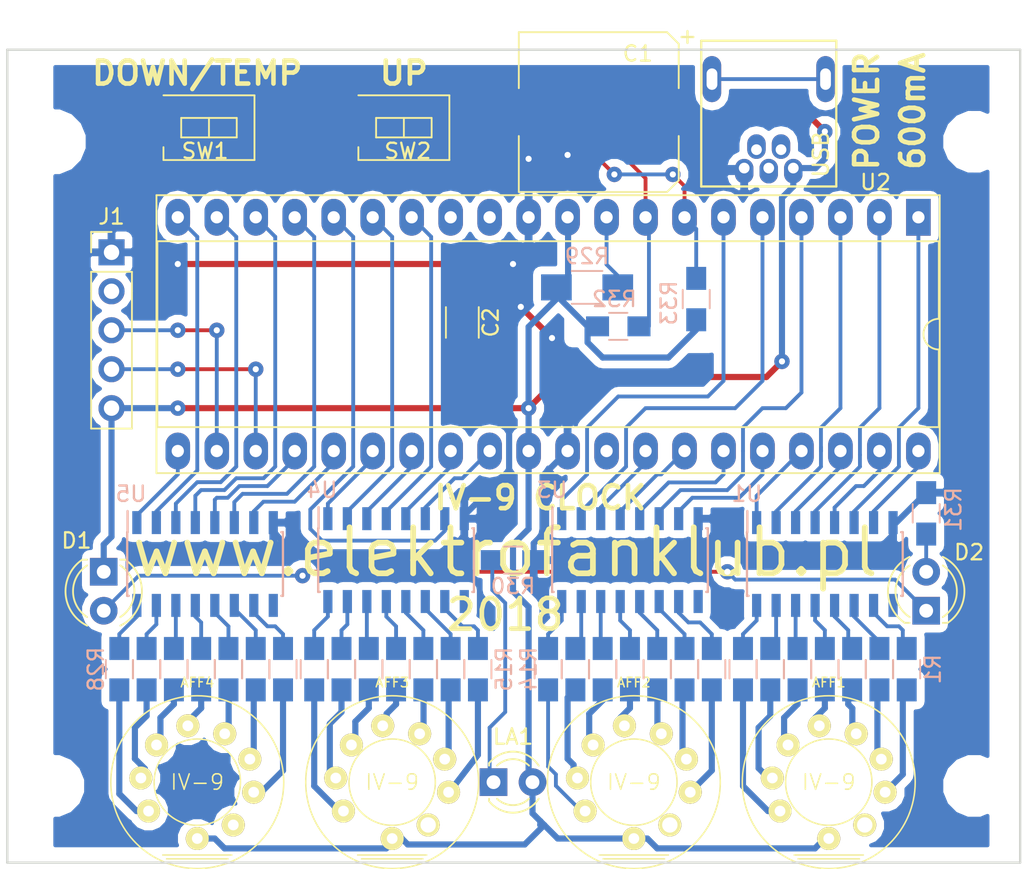
<source format=kicad_pcb>
(kicad_pcb (version 20171130) (host pcbnew "(5.1.5)-3")
  (layers (0 F.Cu signal) (31 B.Cu signal) (34 B.Paste user hide) (35 F.Paste user hide) (36 B.SilkS user) (37 F.SilkS user) (38 B.Mask user hide) (39 F.Mask user hide) (44 Edge.Cuts user))
  (net 0 "")
  (net 1 "Net-(AFF1-Pad1)")
  (net 2 "Net-(AFF1-Pad2)")
  (net 3 "Net-(AFF1-Pad3)")
  (net 4 "Net-(AFF1-Pad4)")
  (net 5 "Net-(AFF1-Pad5)")
  (net 6 "Net-(AFF1-Pad6)")
  (net 7 "Net-(AFF1-Pad7)")
  (net 8 "Net-(AFF1-Pad8)")
  (net 9 "Net-(AFF1-Pad9)")
  (net 10 "Net-(R1-Pad2)")
  (net 11 "Net-(R2-Pad2)")
  (net 12 "Net-(R3-Pad2)")
  (net 13 "Net-(R4-Pad2)")
  (net 14 "Net-(R5-Pad2)")
  (net 15 "Net-(R6-Pad2)")
  (net 16 "Net-(R7-Pad2)")
  (net 17 "Net-(U1-Pad1)")
  (net 18 "Net-(U1-Pad2)")
  (net 19 "Net-(U1-Pad3)")
  (net 20 "Net-(U1-Pad4)")
  (net 21 "Net-(U1-Pad5)")
  (net 22 "Net-(U1-Pad6)")
  (net 23 "Net-(U1-Pad7)")
  (net 24 "Net-(U1-Pad9)")
  (net 25 "Net-(AFF2-Pad2)")
  (net 26 "Net-(AFF2-Pad3)")
  (net 27 "Net-(AFF2-Pad4)")
  (net 28 "Net-(AFF2-Pad5)")
  (net 29 "Net-(AFF2-Pad6)")
  (net 30 "Net-(AFF2-Pad7)")
  (net 31 "Net-(AFF2-Pad8)")
  (net 32 "Net-(AFF2-Pad9)")
  (net 33 "Net-(AFF3-Pad2)")
  (net 34 "Net-(AFF3-Pad3)")
  (net 35 "Net-(AFF3-Pad4)")
  (net 36 "Net-(AFF3-Pad5)")
  (net 37 "Net-(AFF3-Pad6)")
  (net 38 "Net-(AFF3-Pad7)")
  (net 39 "Net-(AFF3-Pad8)")
  (net 40 "Net-(AFF3-Pad9)")
  (net 41 "Net-(AFF4-Pad2)")
  (net 42 "Net-(AFF4-Pad3)")
  (net 43 "Net-(AFF4-Pad4)")
  (net 44 "Net-(AFF4-Pad5)")
  (net 45 "Net-(AFF4-Pad6)")
  (net 46 "Net-(AFF4-Pad7)")
  (net 47 "Net-(AFF4-Pad8)")
  (net 48 "Net-(AFF4-Pad9)")
  (net 49 "Net-(R8-Pad2)")
  (net 50 "Net-(R9-Pad2)")
  (net 51 "Net-(R10-Pad2)")
  (net 52 "Net-(R11-Pad2)")
  (net 53 "Net-(R12-Pad2)")
  (net 54 "Net-(R13-Pad2)")
  (net 55 "Net-(R14-Pad2)")
  (net 56 "Net-(R15-Pad2)")
  (net 57 "Net-(R16-Pad2)")
  (net 58 "Net-(R17-Pad2)")
  (net 59 "Net-(R18-Pad2)")
  (net 60 "Net-(R19-Pad2)")
  (net 61 "Net-(R20-Pad2)")
  (net 62 "Net-(R21-Pad2)")
  (net 63 "Net-(R22-Pad2)")
  (net 64 "Net-(R23-Pad2)")
  (net 65 "Net-(R24-Pad2)")
  (net 66 "Net-(R25-Pad2)")
  (net 67 "Net-(R26-Pad2)")
  (net 68 "Net-(R27-Pad2)")
  (net 69 "Net-(R28-Pad2)")
  (net 70 "Net-(U2-Pad34)")
  (net 71 "Net-(U2-Pad6)")
  (net 72 "Net-(U2-Pad35)")
  (net 73 "Net-(U2-Pad5)")
  (net 74 "Net-(U2-Pad36)")
  (net 75 "Net-(U2-Pad4)")
  (net 76 "Net-(U3-Pad9)")
  (net 77 "Net-(U2-Pad33)")
  (net 78 "Net-(U2-Pad24)")
  (net 79 "Net-(U2-Pad21)")
  (net 80 "Net-(U2-Pad25)")
  (net 81 "Net-(U2-Pad20)")
  (net 82 "Net-(U2-Pad26)")
  (net 83 "Net-(U4-Pad9)")
  (net 84 "Net-(U2-Pad19)")
  (net 85 "Net-(U2-Pad27)")
  (net 86 "Net-(U2-Pad18)")
  (net 87 "Net-(U2-Pad28)")
  (net 88 "Net-(U2-Pad17)")
  (net 89 "Net-(U2-Pad29)")
  (net 90 "Net-(U2-Pad16)")
  (net 91 "Net-(U5-Pad9)")
  (net 92 "Net-(U2-Pad12)")
  (net 93 "Net-(U2-Pad32)")
  (net 94 "Net-(U2-Pad13)")
  (net 95 "Net-(U2-Pad14)")
  (net 96 "Net-(U2-Pad15)")
  (net 97 "Net-(R29-Pad2)")
  (net 98 "Net-(J1-Pad4)")
  (net 99 "Net-(J1-Pad2)")
  (net 100 "Net-(J1-Pad3)")
  (net 101 "Net-(D1-Pad2)")
  (net 102 "Net-(D2-Pad2)")
  (net 103 "Net-(LA1-Pad1)")
  (net 104 "Net-(J2-Pad3)")
  (net 105 "Net-(J2-Pad4)")
  (net 106 "Net-(J2-Pad2)")
  (net 107 "Net-(J2-Pad6)")
  (net 108 "Net-(C1-Pad2)")
  (net 109 "Net-(R32-Pad2)")
  (net 110 "Net-(R33-Pad2)")
  (net 111 "Net-(AFF2-Pad1)")
  (net 112 "Net-(AFF3-Pad1)")
  (net 113 "Net-(AFF4-Pad1)")
  (net 114 "Net-(R32-Pad1)")
  (net 115 "Net-(U1-Pad8)")
  (module iv-9_clock:NUM_IV-9 (layer F.Cu) (at 160.528 63.754)
    (fp_text reference AFF1 (at 0 -6.5) (layer F.SilkS) (effects (font (size 0.625 0.625) (thickness 0.1))))
    (fp_text value Numitron_IV9 hide)
    (fp_text user IV-9 (at 0 0) (layer F.SilkS) (effects (font (thickness 0.1))))
    (pad 1 thru_hole circle (at 0 3.675) (size 1.5 1.5) (drill 0.7) (layers *.Cu *.Mask F.SilkS) (net 1 "Net-(AFF1-Pad1)"))
    (pad 2 thru_hole circle (at 2.345 2.79) (size 1.5 1.5) (drill 1) (layers *.Cu *.Mask F.SilkS) (net 2 "Net-(AFF1-Pad2)"))
    (pad 3 thru_hole circle (at 3.675 0.655) (size 1.5 1.5) (drill 0.7) (layers *.Cu *.Mask F.SilkS) (net 3 "Net-(AFF1-Pad3)"))
    (pad 4 thru_hole circle (at 3.425 -1.5) (size 1.5 1.5) (drill 0.7) (layers *.Cu *.Mask F.SilkS) (net 4 "Net-(AFF1-Pad4)"))
    (pad 5 thru_hole circle (at 1.79 -3.155) (size 1.5 1.5) (drill 0.7) (layers *.Cu *.Mask F.SilkS) (net 5 "Net-(AFF1-Pad5)"))
    (pad 6 thru_hole circle (at -0.615 -3.675) (size 1.5 1.5) (drill 0.7) (layers *.Cu *.Mask F.SilkS) (net 6 "Net-(AFF1-Pad6)"))
    (pad 7 thru_hole circle (at -2.655 -2.425) (size 1.5 1.5) (drill 0.7) (layers *.Cu *.Mask F.SilkS) (net 7 "Net-(AFF1-Pad7)"))
    (pad 8 thru_hole circle (at -3.675 -0.27) (size 1.5 1.5) (drill 0.7) (layers *.Cu *.Mask F.SilkS) (net 8 "Net-(AFF1-Pad8)"))
    (pad 9 thru_hole circle (at -3.175 1.885) (size 1.5 1.5) (drill 0.7) (layers *.Cu *.Mask F.SilkS) (net 9 "Net-(AFF1-Pad9)"))
  )
  (module iv-9_clock:NUM_IV-9 (layer F.Cu) (at 147.828 63.754)
    (fp_text reference AFF2 (at 0 -6.5) (layer F.SilkS) (effects (font (size 0.625 0.625) (thickness 0.1))))
    (fp_text value Numitron_IV9 hide)
    (fp_text user IV-9 (at 0 0) (layer F.SilkS) (effects (font (thickness 0.1))))
    (pad 1 thru_hole circle (at 0 3.675) (size 1.5 1.5) (drill 0.7) (layers *.Cu *.Mask F.SilkS) (net 111 "Net-(AFF2-Pad1)"))
    (pad 2 thru_hole circle (at 2.345 2.79) (size 1.5 1.5) (drill 1) (layers *.Cu *.Mask F.SilkS) (net 25 "Net-(AFF2-Pad2)"))
    (pad 3 thru_hole circle (at 3.675 0.655) (size 1.5 1.5) (drill 0.7) (layers *.Cu *.Mask F.SilkS) (net 26 "Net-(AFF2-Pad3)"))
    (pad 4 thru_hole circle (at 3.425 -1.5) (size 1.5 1.5) (drill 0.7) (layers *.Cu *.Mask F.SilkS) (net 27 "Net-(AFF2-Pad4)"))
    (pad 5 thru_hole circle (at 1.79 -3.155) (size 1.5 1.5) (drill 0.7) (layers *.Cu *.Mask F.SilkS) (net 28 "Net-(AFF2-Pad5)"))
    (pad 6 thru_hole circle (at -0.615 -3.675) (size 1.5 1.5) (drill 0.7) (layers *.Cu *.Mask F.SilkS) (net 29 "Net-(AFF2-Pad6)"))
    (pad 7 thru_hole circle (at -2.655 -2.425) (size 1.5 1.5) (drill 0.7) (layers *.Cu *.Mask F.SilkS) (net 30 "Net-(AFF2-Pad7)"))
    (pad 8 thru_hole circle (at -3.675 -0.27) (size 1.5 1.5) (drill 0.7) (layers *.Cu *.Mask F.SilkS) (net 31 "Net-(AFF2-Pad8)"))
    (pad 9 thru_hole circle (at -3.175 1.885) (size 1.5 1.5) (drill 0.7) (layers *.Cu *.Mask F.SilkS) (net 32 "Net-(AFF2-Pad9)"))
  )
  (module iv-9_clock:NUM_IV-9 (layer F.Cu) (at 132.08 63.754)
    (fp_text reference AFF3 (at 0 -6.5) (layer F.SilkS) (effects (font (size 0.625 0.625) (thickness 0.1))))
    (fp_text value Numitron_IV9 hide)
    (fp_text user IV-9 (at 0 0) (layer F.SilkS) (effects (font (thickness 0.1))))
    (pad 1 thru_hole circle (at 0 3.675) (size 1.5 1.5) (drill 0.7) (layers *.Cu *.Mask F.SilkS) (net 112 "Net-(AFF3-Pad1)"))
    (pad 2 thru_hole circle (at 2.345 2.79) (size 1.5 1.5) (drill 1) (layers *.Cu *.Mask F.SilkS) (net 33 "Net-(AFF3-Pad2)"))
    (pad 3 thru_hole circle (at 3.675 0.655) (size 1.5 1.5) (drill 0.7) (layers *.Cu *.Mask F.SilkS) (net 34 "Net-(AFF3-Pad3)"))
    (pad 4 thru_hole circle (at 3.425 -1.5) (size 1.5 1.5) (drill 0.7) (layers *.Cu *.Mask F.SilkS) (net 35 "Net-(AFF3-Pad4)"))
    (pad 5 thru_hole circle (at 1.79 -3.155) (size 1.5 1.5) (drill 0.7) (layers *.Cu *.Mask F.SilkS) (net 36 "Net-(AFF3-Pad5)"))
    (pad 6 thru_hole circle (at -0.615 -3.675) (size 1.5 1.5) (drill 0.7) (layers *.Cu *.Mask F.SilkS) (net 37 "Net-(AFF3-Pad6)"))
    (pad 7 thru_hole circle (at -2.655 -2.425) (size 1.5 1.5) (drill 0.7) (layers *.Cu *.Mask F.SilkS) (net 38 "Net-(AFF3-Pad7)"))
    (pad 8 thru_hole circle (at -3.675 -0.27) (size 1.5 1.5) (drill 0.7) (layers *.Cu *.Mask F.SilkS) (net 39 "Net-(AFF3-Pad8)"))
    (pad 9 thru_hole circle (at -3.175 1.885) (size 1.5 1.5) (drill 0.7) (layers *.Cu *.Mask F.SilkS) (net 40 "Net-(AFF3-Pad9)"))
  )
  (module iv-9_clock:NUM_IV-9 (layer F.Cu) (at 119.38 63.754)
    (fp_text reference AFF4 (at 0 -6.5) (layer F.SilkS) (effects (font (size 0.625 0.625) (thickness 0.1))))
    (fp_text value Numitron_IV9 hide)
    (fp_text user IV-9 (at 0 0) (layer F.SilkS) (effects (font (thickness 0.1))))
    (pad 1 thru_hole circle (at 0 3.675) (size 1.5 1.5) (drill 0.7) (layers *.Cu *.Mask F.SilkS) (net 113 "Net-(AFF4-Pad1)"))
    (pad 2 thru_hole circle (at 2.345 2.79) (size 1.5 1.5) (drill 0.7) (layers *.Cu *.Mask F.SilkS) (net 41 "Net-(AFF4-Pad2)"))
    (pad 3 thru_hole circle (at 3.675 0.655) (size 1.5 1.5) (drill 0.7) (layers *.Cu *.Mask F.SilkS) (net 42 "Net-(AFF4-Pad3)"))
    (pad 4 thru_hole circle (at 3.425 -1.5) (size 1.5 1.5) (drill 0.7) (layers *.Cu *.Mask F.SilkS) (net 43 "Net-(AFF4-Pad4)"))
    (pad 5 thru_hole circle (at 1.79 -3.155) (size 1.5 1.5) (drill 0.7) (layers *.Cu *.Mask F.SilkS) (net 44 "Net-(AFF4-Pad5)"))
    (pad 6 thru_hole circle (at -0.615 -3.675) (size 1.5 1.5) (drill 0.7) (layers *.Cu *.Mask F.SilkS) (net 45 "Net-(AFF4-Pad6)"))
    (pad 7 thru_hole circle (at -2.655 -2.425) (size 1.5 1.5) (drill 0.7) (layers *.Cu *.Mask F.SilkS) (net 46 "Net-(AFF4-Pad7)"))
    (pad 8 thru_hole circle (at -3.675 -0.27) (size 1.5 1.5) (drill 0.7) (layers *.Cu *.Mask F.SilkS) (net 47 "Net-(AFF4-Pad8)"))
    (pad 9 thru_hole circle (at -3.175 1.885) (size 1.5 1.5) (drill 0.7) (layers *.Cu *.Mask F.SilkS) (net 48 "Net-(AFF4-Pad9)"))
  )
  (module Mounting_Holes:MountingHole_3mm (layer F.Cu) (at 110 64)
    (fp_text reference REF** hide)
    (fp_text value MountingHole_3mm)
    (pad 1 np_thru_hole circle (at 0 0) (size 3 3) (drill 3) (layers *.Cu *.Mask))
  )
  (module Mounting_Holes:MountingHole_3.2mm_M3 (layer F.Cu) (at 110 22)
    (fp_text reference REF** hide)
    (fp_text value MountingHole_3.2mm_M3)
    (pad 1 np_thru_hole circle (at 0 0) (size 3.2 3.2) (drill 3.2) (layers *.Cu *.Mask))
  )
  (module Mounting_Holes:MountingHole_3mm (layer F.Cu) (at 170 64)
    (fp_text reference REF** hide)
    (fp_text value MountingHole_3mm)
    (pad 1 np_thru_hole circle (at 0 0) (size 3 3) (drill 3) (layers *.Cu *.Mask))
  )
  (module Mounting_Holes:MountingHole_3mm (layer F.Cu) (at 170 22)
    (fp_text reference REF** hide)
    (fp_text value MountingHole_3mm)
    (pad 1 np_thru_hole circle (at 0 0) (size 3 3) (drill 3) (layers *.Cu *.Mask))
  )
  (module iv-9_clock:CP_Elec_10x10 (layer F.Cu) (at 145.542 20.066 180)
    (fp_text reference C1 (at -2.54 3.81 180) (layer F.SilkS))
    (fp_text value CP)
    (fp_text user + (at -5.78 4.97) (layer F.SilkS))
    (pad 2 smd rect (at 4 0) (size 4 2.5) (layers F.Cu F.Paste F.Mask) (net 108 "Net-(C1-Pad2)"))
    (pad 1 smd rect (at -4 0) (size 4 2.5) (layers F.Cu F.Paste F.Mask) (net 1 "Net-(AFF1-Pad1)"))
  )
  (module iv-9_clock:R_1206_HandSoldering (layer F.Cu) (at 136.652 33.782 270)
    (fp_text reference C2 (at 0 -1.85 90) (layer F.SilkS))
    (fp_text value C)
    (pad 2 smd rect (at 2 0 270) (size 2 1.7) (layers F.Cu F.Paste F.Mask) (net 1 "Net-(AFF1-Pad1)"))
    (pad 1 smd rect (at -2 0 270) (size 2 1.7) (layers F.Cu F.Paste F.Mask) (net 108 "Net-(C1-Pad2)"))
  )
  (module iv-9_clock:LED_D4.0mm (layer F.Cu) (at 113.284 50.038 270)
    (fp_text reference D1 (at -2.032 1.778) (layer F.SilkS))
    (fp_text value LED)
    (pad 1 thru_hole rect (at 0 0 270) (size 1.8 1.8) (drill 0.9) (layers *.Cu *.Mask) (net 1 "Net-(AFF1-Pad1)"))
    (pad 2 thru_hole circle (at 2.54 0 270) (size 1.8 1.8) (drill 0.9) (layers *.Cu *.Mask) (net 101 "Net-(D1-Pad2)"))
  )
  (module iv-9_clock:LED_D4.0mm (layer F.Cu) (at 166.878 52.578 90)
    (fp_text reference D2 (at 3.81 2.794 180) (layer F.SilkS))
    (fp_text value LED)
    (pad 2 thru_hole circle (at 2.54 0 90) (size 1.8 1.8) (drill 0.9) (layers *.Cu *.Mask) (net 102 "Net-(D2-Pad2)"))
    (pad 1 thru_hole rect (at 0 0 90) (size 1.8 1.8) (drill 0.9) (layers *.Cu *.Mask) (net 101 "Net-(D1-Pad2)"))
  )
  (module iv-9_clock:Pin_Header_Straight_1x05_Pitch2.54mm (layer F.Cu) (at 113.792 29.21)
    (fp_text reference J1 (at 0 -2.33) (layer F.SilkS))
    (fp_text value Conn_01x05)
    (pad 5 thru_hole oval (at 0 10.16) (size 1.7 1.7) (drill 1) (layers *.Cu *.Mask) (net 1 "Net-(AFF1-Pad1)"))
    (pad 4 thru_hole oval (at 0 7.62) (size 1.7 1.7) (drill 1) (layers *.Cu *.Mask) (net 98 "Net-(J1-Pad4)"))
    (pad 3 thru_hole oval (at 0 5.08) (size 1.7 1.7) (drill 1) (layers *.Cu *.Mask) (net 100 "Net-(J1-Pad3)"))
    (pad 2 thru_hole oval (at 0 2.54) (size 1.7 1.7) (drill 1) (layers *.Cu *.Mask) (net 99 "Net-(J1-Pad2)"))
    (pad 1 thru_hole rect (at 0 0) (size 1.7 1.7) (drill 1) (layers *.Cu *.Mask) (net 108 "Net-(C1-Pad2)"))
  )
  (module "iv-9_clock:Mini USB THT" (layer F.Cu) (at 156.718 26.416)
    (fp_text reference J2 hide)
    (fp_text value USB_OTG)
    (fp_text user USB (at 3.3 -3.6 270) (layer F.SilkS))
    (pad 6 thru_hole oval (at 3.6 -8.5) (size 1.2 3) (drill oval 0.7 1.4) (layers *.Cu *.Mask) (net 107 "Net-(J2-Pad6)"))
    (pad 6 thru_hole oval (at -3.8 -8.5) (size 1.2 3) (drill oval 0.7 1.4) (layers *.Cu *.Mask) (net 107 "Net-(J2-Pad6)"))
    (pad 2 thru_hole oval (at 0.7 -3.9) (size 1.2 1.6) (drill 0.7 (offset 0 -0.2)) (layers *.Cu *.Mask) (net 106 "Net-(J2-Pad2)") (clearance 0.1524))
    (pad 4 thru_hole oval (at -0.9 -3.9) (size 1.2 1.6) (drill 0.7 (offset 0 -0.2)) (layers *.Cu *.Mask) (net 105 "Net-(J2-Pad4)") (clearance 0.1524))
    (pad 1 thru_hole oval (at 1.5 -2.7) (size 1.2 1.6) (drill 0.7 (offset 0 0.2)) (layers *.Cu *.Mask) (net 1 "Net-(AFF1-Pad1)") (clearance 0.1524))
    (pad 3 thru_hole oval (at -0.1 -2.7) (size 1.2 1.6) (drill 0.7 (offset 0 0.2)) (layers *.Cu *.Mask) (net 104 "Net-(J2-Pad3)") (clearance 0.1524))
    (pad 5 thru_hole oval (at -1.7 -2.7) (size 1.2 1.6) (drill 0.7 (offset 0 0.2)) (layers *.Cu *.Mask) (net 108 "Net-(C1-Pad2)") (clearance 0.1524))
  )
  (module iv-9_clock:LED_D3.0mm_FlatTop (layer F.Cu) (at 138.684 63.754)
    (fp_text reference LA1 (at 1.27 -2.96) (layer F.SilkS))
    (fp_text value Lamp)
    (pad 2 thru_hole circle (at 2.54 0) (size 1.8 1.8) (drill 0.9) (layers *.Cu *.Mask) (net 1 "Net-(AFF1-Pad1)"))
    (pad 1 thru_hole rect (at 0 0) (size 1.8 1.8) (drill 0.9) (layers *.Cu *.Mask) (net 103 "Net-(LA1-Pad1)"))
  )
  (module iv-9_clock:R_0805_HandSoldering (layer B.Cu) (at 165.608 56.388 90)
    (fp_text reference R1 (at 0 1.7 90) (layer B.SilkS) (effects (justify mirror)))
    (fp_text value R)
    (pad 2 smd rect (at 1.35 0 90) (size 1.5 1.3) (layers B.Cu B.Paste B.Mask) (net 10 "Net-(R1-Pad2)"))
    (pad 1 smd rect (at -1.35 0 90) (size 1.5 1.3) (layers B.Cu B.Paste B.Mask) (net 3 "Net-(AFF1-Pad3)"))
  )
  (module iv-9_clock:R_0805_HandSoldering (layer B.Cu) (at 163.83 56.388 90)
    (fp_text reference R2 hide)
    (fp_text value R)
    (pad 1 smd rect (at -1.35 0 90) (size 1.5 1.3) (layers B.Cu B.Paste B.Mask) (net 4 "Net-(AFF1-Pad4)"))
    (pad 2 smd rect (at 1.35 0 90) (size 1.5 1.3) (layers B.Cu B.Paste B.Mask) (net 11 "Net-(R2-Pad2)"))
  )
  (module iv-9_clock:R_0805_HandSoldering (layer B.Cu) (at 162.052 56.388 90)
    (fp_text reference R3 hide)
    (fp_text value R)
    (pad 2 smd rect (at 1.35 0 90) (size 1.5 1.3) (layers B.Cu B.Paste B.Mask) (net 12 "Net-(R3-Pad2)"))
    (pad 1 smd rect (at -1.35 0 90) (size 1.5 1.3) (layers B.Cu B.Paste B.Mask) (net 5 "Net-(AFF1-Pad5)"))
  )
  (module iv-9_clock:R_0805_HandSoldering (layer B.Cu) (at 160.274 56.388 90)
    (fp_text reference R4 hide)
    (fp_text value R)
    (pad 1 smd rect (at -1.35 0 90) (size 1.5 1.3) (layers B.Cu B.Paste B.Mask) (net 6 "Net-(AFF1-Pad6)"))
    (pad 2 smd rect (at 1.35 0 90) (size 1.5 1.3) (layers B.Cu B.Paste B.Mask) (net 13 "Net-(R4-Pad2)"))
  )
  (module iv-9_clock:R_0805_HandSoldering (layer B.Cu) (at 158.496 56.388 90)
    (fp_text reference R5 hide)
    (fp_text value R)
    (pad 2 smd rect (at 1.35 0 90) (size 1.5 1.3) (layers B.Cu B.Paste B.Mask) (net 14 "Net-(R5-Pad2)"))
    (pad 1 smd rect (at -1.35 0 90) (size 1.5 1.3) (layers B.Cu B.Paste B.Mask) (net 7 "Net-(AFF1-Pad7)"))
  )
  (module iv-9_clock:R_0805_HandSoldering (layer B.Cu) (at 156.718 56.388 90)
    (fp_text reference R6 hide)
    (fp_text value R)
    (pad 1 smd rect (at -1.35 0 90) (size 1.5 1.3) (layers B.Cu B.Paste B.Mask) (net 8 "Net-(AFF1-Pad8)"))
    (pad 2 smd rect (at 1.35 0 90) (size 1.5 1.3) (layers B.Cu B.Paste B.Mask) (net 15 "Net-(R6-Pad2)"))
  )
  (module iv-9_clock:R_0805_HandSoldering (layer B.Cu) (at 154.94 56.388 90)
    (fp_text reference R7 hide)
    (fp_text value R)
    (pad 2 smd rect (at 1.35 0 90) (size 1.5 1.3) (layers B.Cu B.Paste B.Mask) (net 16 "Net-(R7-Pad2)"))
    (pad 1 smd rect (at -1.35 0 90) (size 1.5 1.3) (layers B.Cu B.Paste B.Mask) (net 9 "Net-(AFF1-Pad9)"))
  )
  (module iv-9_clock:R_0805_HandSoldering (layer B.Cu) (at 152.908 56.388 90)
    (fp_text reference R8 hide)
    (fp_text value R)
    (pad 1 smd rect (at -1.35 0 90) (size 1.5 1.3) (layers B.Cu B.Paste B.Mask) (net 26 "Net-(AFF2-Pad3)"))
    (pad 2 smd rect (at 1.35 0 90) (size 1.5 1.3) (layers B.Cu B.Paste B.Mask) (net 49 "Net-(R8-Pad2)"))
  )
  (module iv-9_clock:R_0805_HandSoldering (layer B.Cu) (at 151.13 56.388 90)
    (fp_text reference R9 hide)
    (fp_text value R)
    (pad 1 smd rect (at -1.35 0 90) (size 1.5 1.3) (layers B.Cu B.Paste B.Mask) (net 27 "Net-(AFF2-Pad4)"))
    (pad 2 smd rect (at 1.35 0 90) (size 1.5 1.3) (layers B.Cu B.Paste B.Mask) (net 50 "Net-(R9-Pad2)"))
  )
  (module iv-9_clock:R_0805_HandSoldering (layer B.Cu) (at 149.352 56.388 90)
    (fp_text reference R10 hide)
    (fp_text value R)
    (pad 1 smd rect (at -1.35 0 90) (size 1.5 1.3) (layers B.Cu B.Paste B.Mask) (net 28 "Net-(AFF2-Pad5)"))
    (pad 2 smd rect (at 1.35 0 90) (size 1.5 1.3) (layers B.Cu B.Paste B.Mask) (net 51 "Net-(R10-Pad2)"))
  )
  (module iv-9_clock:R_0805_HandSoldering (layer B.Cu) (at 147.574 56.388 90)
    (fp_text reference R11 hide)
    (fp_text value R)
    (pad 2 smd rect (at 1.35 0 90) (size 1.5 1.3) (layers B.Cu B.Paste B.Mask) (net 52 "Net-(R11-Pad2)"))
    (pad 1 smd rect (at -1.35 0 90) (size 1.5 1.3) (layers B.Cu B.Paste B.Mask) (net 29 "Net-(AFF2-Pad6)"))
  )
  (module iv-9_clock:R_0805_HandSoldering (layer B.Cu) (at 145.796 56.388 90)
    (fp_text reference R12 hide)
    (fp_text value R)
    (pad 2 smd rect (at 1.35 0 90) (size 1.5 1.3) (layers B.Cu B.Paste B.Mask) (net 53 "Net-(R12-Pad2)"))
    (pad 1 smd rect (at -1.35 0 90) (size 1.5 1.3) (layers B.Cu B.Paste B.Mask) (net 30 "Net-(AFF2-Pad7)"))
  )
  (module iv-9_clock:R_0805_HandSoldering (layer B.Cu) (at 144.018 56.388 90)
    (fp_text reference R13 hide)
    (fp_text value R)
    (pad 1 smd rect (at -1.35 0 90) (size 1.5 1.3) (layers B.Cu B.Paste B.Mask) (net 31 "Net-(AFF2-Pad8)"))
    (pad 2 smd rect (at 1.35 0 90) (size 1.5 1.3) (layers B.Cu B.Paste B.Mask) (net 54 "Net-(R13-Pad2)"))
  )
  (module iv-9_clock:R_0805_HandSoldering (layer B.Cu) (at 142.24 56.388 90)
    (fp_text reference R14 (at 0 -1.27 90) (layer B.SilkS) (effects (justify mirror)))
    (fp_text value R)
    (pad 1 smd rect (at -1.35 0 90) (size 1.5 1.3) (layers B.Cu B.Paste B.Mask) (net 32 "Net-(AFF2-Pad9)"))
    (pad 2 smd rect (at 1.35 0 90) (size 1.5 1.3) (layers B.Cu B.Paste B.Mask) (net 55 "Net-(R14-Pad2)"))
  )
  (module iv-9_clock:R_0805_HandSoldering (layer B.Cu) (at 137.668 56.388 90)
    (fp_text reference R15 (at 0 1.7 90) (layer B.SilkS) (effects (justify mirror)))
    (fp_text value R)
    (pad 1 smd rect (at -1.35 0 90) (size 1.5 1.3) (layers B.Cu B.Paste B.Mask) (net 34 "Net-(AFF3-Pad3)"))
    (pad 2 smd rect (at 1.35 0 90) (size 1.5 1.3) (layers B.Cu B.Paste B.Mask) (net 56 "Net-(R15-Pad2)"))
  )
  (module iv-9_clock:R_0805_HandSoldering (layer B.Cu) (at 135.89 56.388 90)
    (fp_text reference R16 hide)
    (fp_text value R)
    (pad 2 smd rect (at 1.35 0 90) (size 1.5 1.3) (layers B.Cu B.Paste B.Mask) (net 57 "Net-(R16-Pad2)"))
    (pad 1 smd rect (at -1.35 0 90) (size 1.5 1.3) (layers B.Cu B.Paste B.Mask) (net 35 "Net-(AFF3-Pad4)"))
  )
  (module iv-9_clock:R_0805_HandSoldering (layer B.Cu) (at 134.112 56.388 90)
    (fp_text reference R17 hide)
    (fp_text value R)
    (pad 2 smd rect (at 1.35 0 90) (size 1.5 1.3) (layers B.Cu B.Paste B.Mask) (net 58 "Net-(R17-Pad2)"))
    (pad 1 smd rect (at -1.35 0 90) (size 1.5 1.3) (layers B.Cu B.Paste B.Mask) (net 36 "Net-(AFF3-Pad5)"))
  )
  (module iv-9_clock:R_0805_HandSoldering (layer B.Cu) (at 132.334 56.388 90)
    (fp_text reference R18 hide)
    (fp_text value R)
    (pad 1 smd rect (at -1.35 0 90) (size 1.5 1.3) (layers B.Cu B.Paste B.Mask) (net 37 "Net-(AFF3-Pad6)"))
    (pad 2 smd rect (at 1.35 0 90) (size 1.5 1.3) (layers B.Cu B.Paste B.Mask) (net 59 "Net-(R18-Pad2)"))
  )
  (module iv-9_clock:R_0805_HandSoldering (layer B.Cu) (at 130.556 56.388 90)
    (fp_text reference R19 hide)
    (fp_text value R)
    (pad 2 smd rect (at 1.35 0 90) (size 1.5 1.3) (layers B.Cu B.Paste B.Mask) (net 60 "Net-(R19-Pad2)"))
    (pad 1 smd rect (at -1.35 0 90) (size 1.5 1.3) (layers B.Cu B.Paste B.Mask) (net 38 "Net-(AFF3-Pad7)"))
  )
  (module iv-9_clock:R_0805_HandSoldering (layer B.Cu) (at 128.778 56.388 90)
    (fp_text reference R20 hide)
    (fp_text value R hide)
    (pad 2 smd rect (at 1.35 0 90) (size 1.5 1.3) (layers B.Cu B.Paste B.Mask) (net 61 "Net-(R20-Pad2)"))
    (pad 1 smd rect (at -1.35 0 90) (size 1.5 1.3) (layers B.Cu B.Paste B.Mask) (net 39 "Net-(AFF3-Pad8)"))
  )
  (module iv-9_clock:R_0805_HandSoldering (layer B.Cu) (at 127 56.388 90)
    (fp_text reference R21 hide)
    (fp_text value R hide)
    (pad 1 smd rect (at -1.35 0 90) (size 1.5 1.3) (layers B.Cu B.Paste B.Mask) (net 40 "Net-(AFF3-Pad9)"))
    (pad 2 smd rect (at 1.35 0 90) (size 1.5 1.3) (layers B.Cu B.Paste B.Mask) (net 62 "Net-(R21-Pad2)"))
  )
  (module iv-9_clock:R_0805_HandSoldering (layer B.Cu) (at 124.968 56.388 90)
    (fp_text reference R22 hide)
    (fp_text value R hide)
    (pad 2 smd rect (at 1.35 0 90) (size 1.5 1.3) (layers B.Cu B.Paste B.Mask) (net 63 "Net-(R22-Pad2)"))
    (pad 1 smd rect (at -1.35 0 90) (size 1.5 1.3) (layers B.Cu B.Paste B.Mask) (net 42 "Net-(AFF4-Pad3)"))
  )
  (module iv-9_clock:R_0805_HandSoldering (layer B.Cu) (at 123.19 56.388 90)
    (fp_text reference R23 hide)
    (fp_text value R)
    (pad 1 smd rect (at -1.35 0 90) (size 1.5 1.3) (layers B.Cu B.Paste B.Mask) (net 43 "Net-(AFF4-Pad4)"))
    (pad 2 smd rect (at 1.35 0 90) (size 1.5 1.3) (layers B.Cu B.Paste B.Mask) (net 64 "Net-(R23-Pad2)"))
  )
  (module iv-9_clock:R_0805_HandSoldering (layer B.Cu) (at 121.412 56.388 90)
    (fp_text reference R24 hide)
    (fp_text value R)
    (pad 2 smd rect (at 1.35 0 90) (size 1.5 1.3) (layers B.Cu B.Paste B.Mask) (net 65 "Net-(R24-Pad2)"))
    (pad 1 smd rect (at -1.35 0 90) (size 1.5 1.3) (layers B.Cu B.Paste B.Mask) (net 44 "Net-(AFF4-Pad5)"))
  )
  (module iv-9_clock:R_0805_HandSoldering (layer B.Cu) (at 119.634 56.388 90)
    (fp_text reference R25 hide)
    (fp_text value R)
    (pad 1 smd rect (at -1.35 0 90) (size 1.5 1.3) (layers B.Cu B.Paste B.Mask) (net 45 "Net-(AFF4-Pad6)"))
    (pad 2 smd rect (at 1.35 0 90) (size 1.5 1.3) (layers B.Cu B.Paste B.Mask) (net 66 "Net-(R25-Pad2)"))
  )
  (module iv-9_clock:R_0805_HandSoldering (layer B.Cu) (at 117.856 56.388 90)
    (fp_text reference R26 hide)
    (fp_text value R)
    (pad 2 smd rect (at 1.35 0 90) (size 1.5 1.3) (layers B.Cu B.Paste B.Mask) (net 67 "Net-(R26-Pad2)"))
    (pad 1 smd rect (at -1.35 0 90) (size 1.5 1.3) (layers B.Cu B.Paste B.Mask) (net 46 "Net-(AFF4-Pad7)"))
  )
  (module iv-9_clock:R_0805_HandSoldering (layer B.Cu) (at 116.078 56.388 90)
    (fp_text reference R27 hide)
    (fp_text value R)
    (pad 1 smd rect (at -1.35 0 90) (size 1.5 1.3) (layers B.Cu B.Paste B.Mask) (net 47 "Net-(AFF4-Pad8)"))
    (pad 2 smd rect (at 1.35 0 90) (size 1.5 1.3) (layers B.Cu B.Paste B.Mask) (net 68 "Net-(R27-Pad2)"))
  )
  (module iv-9_clock:R_0805_HandSoldering (layer B.Cu) (at 114.3 56.388 90)
    (fp_text reference R28 (at 0 -1.524 90) (layer B.SilkS) (effects (justify mirror)))
    (fp_text value R)
    (pad 2 smd rect (at 1.35 0 90) (size 1.5 1.3) (layers B.Cu B.Paste B.Mask) (net 69 "Net-(R28-Pad2)"))
    (pad 1 smd rect (at -1.35 0 90) (size 1.5 1.3) (layers B.Cu B.Paste B.Mask) (net 48 "Net-(AFF4-Pad9)"))
  )
  (module iv-9_clock:R_1206_HandSoldering (layer B.Cu) (at 144.78 31.496)
    (fp_text reference R29 (at 0 -2.032) (layer B.SilkS) (effects (justify mirror)))
    (fp_text value R_Small)
    (pad 1 smd rect (at -2 0) (size 2 1.7) (layers B.Cu B.Paste B.Mask) (net 1 "Net-(AFF1-Pad1)"))
    (pad 2 smd rect (at 2 0) (size 2 1.7) (layers B.Cu B.Paste B.Mask) (net 97 "Net-(R29-Pad2)"))
  )
  (module iv-9_clock:R_0805_HandSoldering (layer B.Cu) (at 139.954 49.276)
    (fp_text reference R30 (at 0 1.7) (layer B.SilkS) (effects (justify mirror)))
    (fp_text value R_Small)
    (pad 1 smd rect (at -1.35 0) (size 1.5 1.3) (layers B.Cu B.Paste B.Mask) (net 103 "Net-(LA1-Pad1)"))
    (pad 2 smd rect (at 1.35 0) (size 1.5 1.3) (layers B.Cu B.Paste B.Mask) (net 108 "Net-(C1-Pad2)"))
  )
  (module iv-9_clock:R_0805_HandSoldering (layer B.Cu) (at 166.878 46.228 270)
    (fp_text reference R31 (at -0.254 -1.778 270) (layer B.SilkS) (effects (justify mirror)))
    (fp_text value R_Small)
    (pad 2 smd rect (at 1.35 0 270) (size 1.5 1.3) (layers B.Cu B.Paste B.Mask) (net 102 "Net-(D2-Pad2)"))
    (pad 1 smd rect (at -1.35 0 270) (size 1.5 1.3) (layers B.Cu B.Paste B.Mask) (net 108 "Net-(C1-Pad2)"))
  )
  (module iv-9_clock:R_0805_HandSoldering (layer B.Cu) (at 146.812 34.036)
    (fp_text reference R32 (at -0.254 -1.778) (layer B.SilkS) (effects (justify mirror)))
    (fp_text value R_Small)
    (pad 1 smd rect (at -1.35 0) (size 1.5 1.3) (layers B.Cu B.Paste B.Mask) (net 114 "Net-(R32-Pad1)"))
    (pad 2 smd rect (at 1.35 0) (size 1.5 1.3) (layers B.Cu B.Paste B.Mask) (net 109 "Net-(R32-Pad2)"))
  )
  (module iv-9_clock:R_0805_HandSoldering (layer B.Cu) (at 151.892 32.258 90)
    (fp_text reference R33 (at -0.254 -1.778 90) (layer B.SilkS) (effects (justify mirror)))
    (fp_text value R_Small)
    (pad 2 smd rect (at 1.35 0 90) (size 1.5 1.3) (layers B.Cu B.Paste B.Mask) (net 110 "Net-(R33-Pad2)"))
    (pad 1 smd rect (at -1.35 0 90) (size 1.5 1.3) (layers B.Cu B.Paste B.Mask) (net 1 "Net-(AFF1-Pad1)"))
  )
  (module iv-9_clock:SW_DIP_x1_W8.61mm_Slide_LowProfile (layer F.Cu) (at 120.142 21.082)
    (fp_text reference SW1 (at -0.254 1.524) (layer F.SilkS))
    (fp_text value SW_DIP_x01)
    (pad 1 smd rect (at -4.305 0) (size 2.44 1.12) (layers F.Cu F.Paste F.Mask) (net 108 "Net-(C1-Pad2)"))
    (pad 2 smd rect (at 4.305 0) (size 2.44 1.12) (layers F.Cu F.Paste F.Mask) (net 109 "Net-(R32-Pad2)"))
  )
  (module iv-9_clock:SW_DIP_x1_W8.61mm_Slide_LowProfile (layer F.Cu) (at 132.842 21.082)
    (fp_text reference SW2 (at 0.254 1.524) (layer F.SilkS))
    (fp_text value SW_DIP_x01)
    (pad 2 smd rect (at 4.305 0) (size 2.44 1.12) (layers F.Cu F.Paste F.Mask) (net 110 "Net-(R33-Pad2)"))
    (pad 1 smd rect (at -4.305 0) (size 2.44 1.12) (layers F.Cu F.Paste F.Mask) (net 108 "Net-(C1-Pad2)"))
  )
  (module iv-9_clock:SOIC-16_3.9x9.9mm_Pitch1.27mm (layer B.Cu) (at 160.274 49.53 270)
    (fp_text reference U1 (at -4.572 5.08) (layer B.SilkS) (effects (justify mirror)))
    (fp_text value ULN2003)
    (pad 16 smd rect (at 2.7 4.445 270) (size 1.5 0.6) (layers B.Cu B.Paste B.Mask) (net 16 "Net-(R7-Pad2)"))
    (pad 15 smd rect (at 2.7 3.175 270) (size 1.5 0.6) (layers B.Cu B.Paste B.Mask) (net 15 "Net-(R6-Pad2)"))
    (pad 14 smd rect (at 2.7 1.905 270) (size 1.5 0.6) (layers B.Cu B.Paste B.Mask) (net 14 "Net-(R5-Pad2)"))
    (pad 13 smd rect (at 2.7 0.635 270) (size 1.5 0.6) (layers B.Cu B.Paste B.Mask) (net 13 "Net-(R4-Pad2)"))
    (pad 12 smd rect (at 2.7 -0.635 270) (size 1.5 0.6) (layers B.Cu B.Paste B.Mask) (net 12 "Net-(R3-Pad2)"))
    (pad 11 smd rect (at 2.7 -1.905 270) (size 1.5 0.6) (layers B.Cu B.Paste B.Mask) (net 11 "Net-(R2-Pad2)"))
    (pad 10 smd rect (at 2.7 -3.175 270) (size 1.5 0.6) (layers B.Cu B.Paste B.Mask) (net 10 "Net-(R1-Pad2)"))
    (pad 9 smd rect (at 2.7 -4.445 270) (size 1.5 0.6) (layers B.Cu B.Paste B.Mask) (net 24 "Net-(U1-Pad9)"))
    (pad 8 smd rect (at -2.7 -4.445 270) (size 1.5 0.6) (layers B.Cu B.Paste B.Mask) (net 115 "Net-(U1-Pad8)"))
    (pad 7 smd rect (at -2.7 -3.175 270) (size 1.5 0.6) (layers B.Cu B.Paste B.Mask) (net 23 "Net-(U1-Pad7)"))
    (pad 6 smd rect (at -2.7 -1.905 270) (size 1.5 0.6) (layers B.Cu B.Paste B.Mask) (net 22 "Net-(U1-Pad6)"))
    (pad 5 smd rect (at -2.7 -0.635 270) (size 1.5 0.6) (layers B.Cu B.Paste B.Mask) (net 21 "Net-(U1-Pad5)"))
    (pad 4 smd rect (at -2.7 0.635 270) (size 1.5 0.6) (layers B.Cu B.Paste B.Mask) (net 20 "Net-(U1-Pad4)"))
    (pad 3 smd rect (at -2.7 1.905 270) (size 1.5 0.6) (layers B.Cu B.Paste B.Mask) (net 19 "Net-(U1-Pad3)"))
    (pad 2 smd rect (at -2.7 3.175 270) (size 1.5 0.6) (layers B.Cu B.Paste B.Mask) (net 18 "Net-(U1-Pad2)"))
    (pad 1 smd rect (at -2.7 4.445 270) (size 1.5 0.6) (layers B.Cu B.Paste B.Mask) (net 17 "Net-(U1-Pad1)"))
  )
  (module iv-9_clock:DIP-40_W15.24mm_Socket_LongPads (layer F.Cu) (at 166.37 26.924 270)
    (fp_text reference U2 (at -2.286 2.794) (layer F.SilkS))
    (fp_text value ATMEGA16-16PU)
    (pad 40 thru_hole oval (at 15.24 0 270) (size 2.4 1.6) (drill 0.8) (layers *.Cu *.Mask) (net 23 "Net-(U1-Pad7)"))
    (pad 20 thru_hole oval (at 0 48.26 270) (size 2.4 1.6) (drill 0.8) (layers *.Cu *.Mask) (net 81 "Net-(U2-Pad20)"))
    (pad 39 thru_hole oval (at 15.24 2.54 270) (size 2.4 1.6) (drill 0.8) (layers *.Cu *.Mask) (net 21 "Net-(U1-Pad5)"))
    (pad 19 thru_hole oval (at 0 45.72 270) (size 2.4 1.6) (drill 0.8) (layers *.Cu *.Mask) (net 84 "Net-(U2-Pad19)"))
    (pad 38 thru_hole oval (at 15.24 5.08 270) (size 2.4 1.6) (drill 0.8) (layers *.Cu *.Mask) (net 19 "Net-(U1-Pad3)"))
    (pad 18 thru_hole oval (at 0 43.18 270) (size 2.4 1.6) (drill 0.8) (layers *.Cu *.Mask) (net 86 "Net-(U2-Pad18)"))
    (pad 37 thru_hole oval (at 15.24 7.62 270) (size 2.4 1.6) (drill 0.8) (layers *.Cu *.Mask) (net 17 "Net-(U1-Pad1)"))
    (pad 17 thru_hole oval (at 0 40.64 270) (size 2.4 1.6) (drill 0.8) (layers *.Cu *.Mask) (net 88 "Net-(U2-Pad17)"))
    (pad 36 thru_hole oval (at 15.24 10.16 270) (size 2.4 1.6) (drill 0.8) (layers *.Cu *.Mask) (net 74 "Net-(U2-Pad36)"))
    (pad 16 thru_hole oval (at 0 38.1 270) (size 2.4 1.6) (drill 0.8) (layers *.Cu *.Mask) (net 90 "Net-(U2-Pad16)"))
    (pad 35 thru_hole oval (at 15.24 12.7 270) (size 2.4 1.6) (drill 0.8) (layers *.Cu *.Mask) (net 72 "Net-(U2-Pad35)"))
    (pad 15 thru_hole oval (at 0 35.56 270) (size 2.4 1.6) (drill 0.8) (layers *.Cu *.Mask) (net 96 "Net-(U2-Pad15)"))
    (pad 34 thru_hole oval (at 15.24 15.24 270) (size 2.4 1.6) (drill 0.8) (layers *.Cu *.Mask) (net 70 "Net-(U2-Pad34)"))
    (pad 14 thru_hole oval (at 0 33.02 270) (size 2.4 1.6) (drill 0.8) (layers *.Cu *.Mask) (net 95 "Net-(U2-Pad14)"))
    (pad 33 thru_hole oval (at 15.24 17.78 270) (size 2.4 1.6) (drill 0.8) (layers *.Cu *.Mask) (net 77 "Net-(U2-Pad33)"))
    (pad 13 thru_hole oval (at 0 30.48 270) (size 2.4 1.6) (drill 0.8) (layers *.Cu *.Mask) (net 94 "Net-(U2-Pad13)"))
    (pad 32 thru_hole oval (at 15.24 20.32 270) (size 2.4 1.6) (drill 0.8) (layers *.Cu *.Mask) (net 93 "Net-(U2-Pad32)"))
    (pad 12 thru_hole oval (at 0 27.94 270) (size 2.4 1.6) (drill 0.8) (layers *.Cu *.Mask) (net 92 "Net-(U2-Pad12)"))
    (pad 31 thru_hole oval (at 15.24 22.86 270) (size 2.4 1.6) (drill 0.8) (layers *.Cu *.Mask) (net 108 "Net-(C1-Pad2)"))
    (pad 11 thru_hole oval (at 0 25.4 270) (size 2.4 1.6) (drill 0.8) (layers *.Cu *.Mask) (net 108 "Net-(C1-Pad2)"))
    (pad 30 thru_hole oval (at 15.24 25.4 270) (size 2.4 1.6) (drill 0.8) (layers *.Cu *.Mask) (net 1 "Net-(AFF1-Pad1)"))
    (pad 10 thru_hole oval (at 0 22.86 270) (size 2.4 1.6) (drill 0.8) (layers *.Cu *.Mask) (net 1 "Net-(AFF1-Pad1)"))
    (pad 29 thru_hole oval (at 15.24 27.94 270) (size 2.4 1.6) (drill 0.8) (layers *.Cu *.Mask) (net 89 "Net-(U2-Pad29)"))
    (pad 9 thru_hole oval (at 0 20.32 270) (size 2.4 1.6) (drill 0.8) (layers *.Cu *.Mask) (net 97 "Net-(R29-Pad2)"))
    (pad 28 thru_hole oval (at 15.24 30.48 270) (size 2.4 1.6) (drill 0.8) (layers *.Cu *.Mask) (net 87 "Net-(U2-Pad28)"))
    (pad 8 thru_hole oval (at 0 17.78 270) (size 2.4 1.6) (drill 0.8) (layers *.Cu *.Mask) (net 109 "Net-(R32-Pad2)"))
    (pad 27 thru_hole oval (at 15.24 33.02 270) (size 2.4 1.6) (drill 0.8) (layers *.Cu *.Mask) (net 85 "Net-(U2-Pad27)"))
    (pad 7 thru_hole oval (at 0 15.24 270) (size 2.4 1.6) (drill 0.8) (layers *.Cu *.Mask) (net 110 "Net-(R33-Pad2)"))
    (pad 26 thru_hole oval (at 15.24 35.56 270) (size 2.4 1.6) (drill 0.8) (layers *.Cu *.Mask) (net 82 "Net-(U2-Pad26)"))
    (pad 6 thru_hole oval (at 0 12.7 270) (size 2.4 1.6) (drill 0.8) (layers *.Cu *.Mask) (net 71 "Net-(U2-Pad6)"))
    (pad 25 thru_hole oval (at 15.24 38.1 270) (size 2.4 1.6) (drill 0.8) (layers *.Cu *.Mask) (net 80 "Net-(U2-Pad25)"))
    (pad 5 thru_hole oval (at 0 10.16 270) (size 2.4 1.6) (drill 0.8) (layers *.Cu *.Mask) (net 73 "Net-(U2-Pad5)"))
    (pad 24 thru_hole oval (at 15.24 40.64 270) (size 2.4 1.6) (drill 0.8) (layers *.Cu *.Mask) (net 78 "Net-(U2-Pad24)"))
    (pad 4 thru_hole oval (at 0 7.62 270) (size 2.4 1.6) (drill 0.8) (layers *.Cu *.Mask) (net 75 "Net-(U2-Pad4)"))
    (pad 23 thru_hole oval (at 15.24 43.18 270) (size 2.4 1.6) (drill 0.8) (layers *.Cu *.Mask) (net 98 "Net-(J1-Pad4)"))
    (pad 3 thru_hole oval (at 0 5.08 270) (size 2.4 1.6) (drill 0.8) (layers *.Cu *.Mask) (net 18 "Net-(U1-Pad2)"))
    (pad 22 thru_hole oval (at 15.24 45.72 270) (size 2.4 1.6) (drill 0.8) (layers *.Cu *.Mask) (net 100 "Net-(J1-Pad3)"))
    (pad 2 thru_hole oval (at 0 2.54 270) (size 2.4 1.6) (drill 0.8) (layers *.Cu *.Mask) (net 20 "Net-(U1-Pad4)"))
    (pad 21 thru_hole oval (at 15.24 48.26 270) (size 2.4 1.6) (drill 0.8) (layers *.Cu *.Mask) (net 79 "Net-(U2-Pad21)"))
    (pad 1 thru_hole rect (at 0 0 270) (size 2.4 1.6) (drill 0.8) (layers *.Cu *.Mask) (net 22 "Net-(U1-Pad6)"))
  )
  (module iv-9_clock:SOIC-16_3.9x9.9mm_Pitch1.27mm (layer B.Cu) (at 147.574 49.276 270)
    (fp_text reference U3 (at -4.572 5.08) (layer B.SilkS) (effects (justify mirror)))
    (fp_text value ULN2003)
    (pad 16 smd rect (at 2.7 4.445 270) (size 1.5 0.6) (layers B.Cu B.Paste B.Mask) (net 55 "Net-(R14-Pad2)"))
    (pad 15 smd rect (at 2.7 3.175 270) (size 1.5 0.6) (layers B.Cu B.Paste B.Mask) (net 54 "Net-(R13-Pad2)"))
    (pad 14 smd rect (at 2.7 1.905 270) (size 1.5 0.6) (layers B.Cu B.Paste B.Mask) (net 53 "Net-(R12-Pad2)"))
    (pad 13 smd rect (at 2.7 0.635 270) (size 1.5 0.6) (layers B.Cu B.Paste B.Mask) (net 52 "Net-(R11-Pad2)"))
    (pad 12 smd rect (at 2.7 -0.635 270) (size 1.5 0.6) (layers B.Cu B.Paste B.Mask) (net 51 "Net-(R10-Pad2)"))
    (pad 11 smd rect (at 2.7 -1.905 270) (size 1.5 0.6) (layers B.Cu B.Paste B.Mask) (net 50 "Net-(R9-Pad2)"))
    (pad 10 smd rect (at 2.7 -3.175 270) (size 1.5 0.6) (layers B.Cu B.Paste B.Mask) (net 49 "Net-(R8-Pad2)"))
    (pad 9 smd rect (at 2.7 -4.445 270) (size 1.5 0.6) (layers B.Cu B.Paste B.Mask) (net 76 "Net-(U3-Pad9)"))
    (pad 8 smd rect (at -2.7 -4.445 270) (size 1.5 0.6) (layers B.Cu B.Paste B.Mask) (net 108 "Net-(C1-Pad2)"))
    (pad 7 smd rect (at -2.7 -3.175 270) (size 1.5 0.6) (layers B.Cu B.Paste B.Mask) (net 74 "Net-(U2-Pad36)"))
    (pad 6 smd rect (at -2.7 -1.905 270) (size 1.5 0.6) (layers B.Cu B.Paste B.Mask) (net 75 "Net-(U2-Pad4)"))
    (pad 5 smd rect (at -2.7 -0.635 270) (size 1.5 0.6) (layers B.Cu B.Paste B.Mask) (net 72 "Net-(U2-Pad35)"))
    (pad 4 smd rect (at -2.7 0.635 270) (size 1.5 0.6) (layers B.Cu B.Paste B.Mask) (net 70 "Net-(U2-Pad34)"))
    (pad 3 smd rect (at -2.7 1.905 270) (size 1.5 0.6) (layers B.Cu B.Paste B.Mask) (net 77 "Net-(U2-Pad33)"))
    (pad 2 smd rect (at -2.7 3.175 270) (size 1.5 0.6) (layers B.Cu B.Paste B.Mask) (net 73 "Net-(U2-Pad5)"))
    (pad 1 smd rect (at -2.7 4.445 270) (size 1.5 0.6) (layers B.Cu B.Paste B.Mask) (net 71 "Net-(U2-Pad6)"))
  )
  (module iv-9_clock:SOIC-16_3.9x9.9mm_Pitch1.27mm (layer B.Cu) (at 132.334 49.276 270)
    (fp_text reference U4 (at -4.572 4.826) (layer B.SilkS) (effects (justify mirror)))
    (fp_text value ULN2003)
    (pad 1 smd rect (at -2.7 4.445 270) (size 1.5 0.6) (layers B.Cu B.Paste B.Mask) (net 82 "Net-(U2-Pad26)"))
    (pad 2 smd rect (at -2.7 3.175 270) (size 1.5 0.6) (layers B.Cu B.Paste B.Mask) (net 96 "Net-(U2-Pad15)"))
    (pad 3 smd rect (at -2.7 1.905 270) (size 1.5 0.6) (layers B.Cu B.Paste B.Mask) (net 85 "Net-(U2-Pad27)"))
    (pad 4 smd rect (at -2.7 0.635 270) (size 1.5 0.6) (layers B.Cu B.Paste B.Mask) (net 95 "Net-(U2-Pad14)"))
    (pad 5 smd rect (at -2.7 -0.635 270) (size 1.5 0.6) (layers B.Cu B.Paste B.Mask) (net 87 "Net-(U2-Pad28)"))
    (pad 6 smd rect (at -2.7 -1.905 270) (size 1.5 0.6) (layers B.Cu B.Paste B.Mask) (net 89 "Net-(U2-Pad29)"))
    (pad 7 smd rect (at -2.7 -3.175 270) (size 1.5 0.6) (layers B.Cu B.Paste B.Mask) (net 90 "Net-(U2-Pad16)"))
    (pad 8 smd rect (at -2.7 -4.445 270) (size 1.5 0.6) (layers B.Cu B.Paste B.Mask) (net 108 "Net-(C1-Pad2)"))
    (pad 9 smd rect (at 2.7 -4.445 270) (size 1.5 0.6) (layers B.Cu B.Paste B.Mask) (net 83 "Net-(U4-Pad9)"))
    (pad 10 smd rect (at 2.7 -3.175 270) (size 1.5 0.6) (layers B.Cu B.Paste B.Mask) (net 56 "Net-(R15-Pad2)"))
    (pad 11 smd rect (at 2.7 -1.905 270) (size 1.5 0.6) (layers B.Cu B.Paste B.Mask) (net 57 "Net-(R16-Pad2)"))
    (pad 12 smd rect (at 2.7 -0.635 270) (size 1.5 0.6) (layers B.Cu B.Paste B.Mask) (net 58 "Net-(R17-Pad2)"))
    (pad 13 smd rect (at 2.7 0.635 270) (size 1.5 0.6) (layers B.Cu B.Paste B.Mask) (net 59 "Net-(R18-Pad2)"))
    (pad 14 smd rect (at 2.7 1.905 270) (size 1.5 0.6) (layers B.Cu B.Paste B.Mask) (net 60 "Net-(R19-Pad2)"))
    (pad 15 smd rect (at 2.7 3.175 270) (size 1.5 0.6) (layers B.Cu B.Paste B.Mask) (net 61 "Net-(R20-Pad2)"))
    (pad 16 smd rect (at 2.7 4.445 270) (size 1.5 0.6) (layers B.Cu B.Paste B.Mask) (net 62 "Net-(R21-Pad2)"))
  )
  (module iv-9_clock:SOIC-16_3.9x9.9mm_Pitch1.27mm (layer B.Cu) (at 119.888 49.53 270)
    (fp_text reference U5 (at -4.572 4.826) (layer B.SilkS) (effects (justify mirror)))
    (fp_text value ULN2003)
    (pad 1 smd rect (at -2.7 4.445 270) (size 1.5 0.6) (layers B.Cu B.Paste B.Mask) (net 79 "Net-(U2-Pad21)"))
    (pad 2 smd rect (at -2.7 3.175 270) (size 1.5 0.6) (layers B.Cu B.Paste B.Mask) (net 81 "Net-(U2-Pad20)"))
    (pad 3 smd rect (at -2.7 1.905 270) (size 1.5 0.6) (layers B.Cu B.Paste B.Mask) (net 84 "Net-(U2-Pad19)"))
    (pad 4 smd rect (at -2.7 0.635 270) (size 1.5 0.6) (layers B.Cu B.Paste B.Mask) (net 86 "Net-(U2-Pad18)"))
    (pad 5 smd rect (at -2.7 -0.635 270) (size 1.5 0.6) (layers B.Cu B.Paste B.Mask) (net 78 "Net-(U2-Pad24)"))
    (pad 6 smd rect (at -2.7 -1.905 270) (size 1.5 0.6) (layers B.Cu B.Paste B.Mask) (net 88 "Net-(U2-Pad17)"))
    (pad 7 smd rect (at -2.7 -3.175 270) (size 1.5 0.6) (layers B.Cu B.Paste B.Mask) (net 80 "Net-(U2-Pad25)"))
    (pad 8 smd rect (at -2.7 -4.445 270) (size 1.5 0.6) (layers B.Cu B.Paste B.Mask) (net 108 "Net-(C1-Pad2)"))
    (pad 9 smd rect (at 2.7 -4.445 270) (size 1.5 0.6) (layers B.Cu B.Paste B.Mask) (net 91 "Net-(U5-Pad9)"))
    (pad 10 smd rect (at 2.7 -3.175 270) (size 1.5 0.6) (layers B.Cu B.Paste B.Mask) (net 63 "Net-(R22-Pad2)"))
    (pad 11 smd rect (at 2.7 -1.905 270) (size 1.5 0.6) (layers B.Cu B.Paste B.Mask) (net 64 "Net-(R23-Pad2)"))
    (pad 12 smd rect (at 2.7 -0.635 270) (size 1.5 0.6) (layers B.Cu B.Paste B.Mask) (net 65 "Net-(R24-Pad2)"))
    (pad 13 smd rect (at 2.7 0.635 270) (size 1.5 0.6) (layers B.Cu B.Paste B.Mask) (net 66 "Net-(R25-Pad2)"))
    (pad 14 smd rect (at 2.7 1.905 270) (size 1.5 0.6) (layers B.Cu B.Paste B.Mask) (net 67 "Net-(R26-Pad2)"))
    (pad 15 smd rect (at 2.7 3.175 270) (size 1.5 0.6) (layers B.Cu B.Paste B.Mask) (net 68 "Net-(R27-Pad2)"))
    (pad 16 smd rect (at 2.7 4.445 270) (size 1.5 0.6) (layers B.Cu B.Paste B.Mask) (net 69 "Net-(R28-Pad2)"))
  )
  (gr_line (start 107 16) (end 107 69) (angle 90) (layer Edge.Cuts) (width 0.15))
  (gr_line (start 173 16) (end 107 16) (angle 90) (layer Edge.Cuts) (width 0.15))
  (gr_line (start 173 69) (end 173 16) (angle 90) (layer Edge.Cuts) (width 0.15))
  (gr_line (start 107 69) (end 173 69) (angle 90) (layer Edge.Cuts) (width 0.15))
  (gr_text 2018 (at 139.446 52.832) (layer F.SilkS) (effects (font (size 2 2) (thickness 0.3))))
  (gr_text www.elektrofanklub.pl (at 139.446 48.768) (layer F.SilkS) (effects (font (size 3 3) (thickness 0.375))))
  (gr_text "IV-9 CLOCK" (at 141.732 45.212) (layer F.SilkS) (effects (font (size 1.5 1.5) (thickness 0.3))))
  (gr_text 600mA (at 166 20 90) (layer F.SilkS) (effects (font (size 1.5 1.5) (thickness 0.3))))
  (gr_text POWER (at 163 20 90) (layer F.SilkS) (effects (font (size 1.5 1.5) (thickness 0.3))))
  (gr_text DOWN/TEMP (at 119.38 17.526) (layer F.SilkS) (effects (font (size 1.5 1.5) (thickness 0.3))))
  (gr_text UP (at 132.842 17.526) (layer F.SilkS) (effects (font (size 1.5 1.5) (thickness 0.3))))
  (segment (start 144.812 34.036) (end 144.812 35.084) (width 0.4) (layer B.Cu) (net 1))
  (segment (start 150.082 36.068) (end 151.892 34.258) (width 0.4) (layer B.Cu) (net 1))
  (segment (start 145.796 36.068) (end 150.082 36.068) (width 0.4) (layer B.Cu) (net 1))
  (segment (start 144.812 35.084) (end 145.796 36.068) (width 0.4) (layer B.Cu) (net 1))
  (segment (start 142.78 31.496) (end 142.78 32.004) (width 0.4) (layer B.Cu) (net 1))
  (segment (start 142.78 32.004) (end 144.812 34.036) (width 0.4) (layer B.Cu) (net 1))
  (segment (start 150.05 20.066) (end 152.146 20.066) (width 0.4) (layer F.Cu) (net 1))
  (segment (start 159.672 23.716) (end 158.218 23.716) (width 0.4) (layer B.Cu) (net 1))
  (segment (start 160.274 23.114) (end 159.672 23.716) (width 0.4) (layer B.Cu) (net 1))
  (segment (start 160.274 21.336) (end 160.274 23.114) (width 0.4) (layer B.Cu) (net 1))
  (via (at 160.274 21.336) (size 1) (drill 0.4) (layers F.Cu B.Cu) (net 1))
  (segment (start 159.512 20.574) (end 160.274 21.336) (width 0.4) (layer F.Cu) (net 1))
  (segment (start 152.654 20.574) (end 159.512 20.574) (width 0.4) (layer F.Cu) (net 1))
  (segment (start 152.146 20.066) (end 152.654 20.574) (width 0.4) (layer F.Cu) (net 1))
  (segment (start 136.652 35.782) (end 136.652 38.862) (width 0.4) (layer F.Cu) (net 1))
  (segment (start 136.652 38.862) (end 137.16 39.37) (width 0.4) (layer F.Cu) (net 1))
  (segment (start 158.218 23.716) (end 158.218 24.916) (width 0.4) (layer B.Cu) (net 1))
  (segment (start 143.002 37.338) (end 140.97 39.37) (width 0.4) (layer F.Cu) (net 1))
  (segment (start 156.464 37.338) (end 143.002 37.338) (width 0.4) (layer F.Cu) (net 1))
  (segment (start 157.48 36.322) (end 156.464 37.338) (width 0.4) (layer F.Cu) (net 1))
  (via (at 157.48 36.322) (size 1) (drill 0.4) (layers F.Cu B.Cu) (net 1))
  (segment (start 157.48 25.654) (end 157.48 36.322) (width 0.4) (layer B.Cu) (net 1))
  (segment (start 158.218 24.916) (end 157.48 25.654) (width 0.4) (layer B.Cu) (net 1))
  (segment (start 140.716 67.818) (end 141.986 66.548) (width 0.4) (layer B.Cu) (net 1))
  (segment (start 133.096 67.818) (end 140.716 67.818) (width 0.4) (layer B.Cu) (net 1))
  (segment (start 132.707 67.429) (end 133.096 67.818) (width 0.4) (layer B.Cu) (net 1))
  (segment (start 141.732 66.548) (end 141.732 66.294) (width 0.4) (layer B.Cu) (net 1))
  (segment (start 141.986 66.548) (end 141.732 66.548) (width 0.4) (layer B.Cu) (net 1))
  (segment (start 132.334 67.429) (end 132.707 67.429) (width 0.4) (layer B.Cu) (net 1))
  (segment (start 119.634 67.429) (end 120.515 67.429) (width 0.4) (layer B.Cu) (net 1))
  (segment (start 131.691 68.072) (end 132.334 67.429) (width 0.4) (layer B.Cu) (net 1))
  (segment (start 121.158 68.072) (end 131.691 68.072) (width 0.4) (layer B.Cu) (net 1))
  (segment (start 120.515 67.429) (end 121.158 68.072) (width 0.4) (layer B.Cu) (net 1))
  (segment (start 147.574 67.429) (end 148.709 67.429) (width 0.4) (layer B.Cu) (net 1))
  (segment (start 159.631 68.072) (end 160.274 67.429) (width 0.4) (layer B.Cu) (net 1))
  (segment (start 149.352 68.072) (end 159.631 68.072) (width 0.4) (layer B.Cu) (net 1))
  (segment (start 148.709 67.429) (end 149.352 68.072) (width 0.4) (layer B.Cu) (net 1))
  (segment (start 140.97 39.37) (end 140.97 34.068) (width 0.4) (layer B.Cu) (net 1))
  (segment (start 140.97 34.068) (end 143.542 31.496) (width 0.4) (layer B.Cu) (net 1))
  (segment (start 143.542 31.496) (end 143.542 26.956) (width 0.4) (layer B.Cu) (net 1))
  (segment (start 143.542 26.956) (end 143.51 26.924) (width 0.4) (layer B.Cu) (net 1))
  (segment (start 113.284 50.038) (end 113.284 48.26) (width 0.4) (layer B.Cu) (net 1))
  (segment (start 113.792 47.752) (end 113.792 39.37) (width 0.4) (layer B.Cu) (net 1))
  (segment (start 113.284 48.26) (end 113.792 47.752) (width 0.4) (layer B.Cu) (net 1))
  (segment (start 160.274 67.429) (end 160.901 67.429) (width 0.4) (layer B.Cu) (net 1))
  (segment (start 147.574 67.429) (end 148.201 67.429) (width 0.4) (layer B.Cu) (net 1))
  (segment (start 119.634 67.429) (end 120.007 67.429) (width 0.4) (layer B.Cu) (net 1))
  (segment (start 141.224 63.754) (end 141.224 65.786) (width 0.4) (layer B.Cu) (net 1))
  (segment (start 141.224 65.786) (end 141.732 66.294) (width 0.4) (layer B.Cu) (net 1))
  (segment (start 142.867 67.429) (end 143.002 67.429) (width 0.4) (layer B.Cu) (net 1))
  (segment (start 143.002 67.429) (end 147.574 67.429) (width 0.4) (layer B.Cu) (net 1))
  (segment (start 141.732 66.294) (end 142.867 67.429) (width 0.4) (layer B.Cu) (net 1))
  (segment (start 140.97 42.164) (end 140.97 47.244) (width 0.4) (layer B.Cu) (net 1))
  (segment (start 140.97 52.324) (end 140.97 64.008) (width 0.4) (layer B.Cu) (net 1))
  (segment (start 139.954 51.308) (end 140.97 52.324) (width 0.4) (layer B.Cu) (net 1))
  (segment (start 139.954 48.26) (end 139.954 51.308) (width 0.4) (layer B.Cu) (net 1))
  (segment (start 140.97 47.244) (end 139.954 48.26) (width 0.4) (layer B.Cu) (net 1))
  (segment (start 113.792 39.37) (end 118.11 39.37) (width 0.4) (layer B.Cu) (net 1))
  (segment (start 140.97 39.37) (end 140.97 42.164) (width 0.4) (layer B.Cu) (net 1))
  (via (at 140.97 39.37) (size 1) (drill 0.4) (layers F.Cu B.Cu) (net 1))
  (segment (start 118.11 39.37) (end 137.16 39.37) (width 0.4) (layer F.Cu) (net 1))
  (segment (start 137.16 39.37) (end 140.97 39.37) (width 0.4) (layer F.Cu) (net 1))
  (via (at 118.11 39.37) (size 1) (drill 0.4) (layers F.Cu B.Cu) (net 1))
  (segment (start 163.949 64.409) (end 164.191 64.409) (width 0.4) (layer B.Cu) (net 3))
  (segment (start 164.191 64.409) (end 165.354 63.246) (width 0.4) (layer B.Cu) (net 3))
  (segment (start 165.354 63.246) (end 165.354 57.738) (width 0.4) (layer B.Cu) (net 3))
  (segment (start 163.699 62.254) (end 163.699 57.861) (width 0.4) (layer B.Cu) (net 4))
  (segment (start 163.699 57.861) (end 163.576 57.738) (width 0.4) (layer B.Cu) (net 4))
  (segment (start 162.064 60.599) (end 162.064 58.94) (width 0.4) (layer B.Cu) (net 5))
  (segment (start 161.798 58.674) (end 161.798 57.738) (width 0.4) (layer B.Cu) (net 5))
  (segment (start 162.064 58.94) (end 161.798 58.674) (width 0.4) (layer B.Cu) (net 5))
  (segment (start 159.659 60.079) (end 159.659 59.543) (width 0.4) (layer B.Cu) (net 6))
  (segment (start 159.659 59.543) (end 160.274 58.928) (width 0.4) (layer B.Cu) (net 6))
  (segment (start 160.274 58.928) (end 160.274 57.738) (width 0.4) (layer B.Cu) (net 6))
  (segment (start 157.619 61.329) (end 157.619 59.551) (width 0.4) (layer B.Cu) (net 7))
  (segment (start 158.496 58.674) (end 158.496 57.738) (width 0.4) (layer B.Cu) (net 7))
  (segment (start 157.619 59.551) (end 158.496 58.674) (width 0.4) (layer B.Cu) (net 7))
  (segment (start 156.718 57.738) (end 156.718 59.436) (width 0.4) (layer B.Cu) (net 8))
  (segment (start 155.956 62.841) (end 156.599 63.484) (width 0.4) (layer B.Cu) (net 8))
  (segment (start 155.956 60.198) (end 155.956 62.841) (width 0.4) (layer B.Cu) (net 8))
  (segment (start 156.718 59.436) (end 155.956 60.198) (width 0.4) (layer B.Cu) (net 8))
  (segment (start 157.099 65.639) (end 156.571 65.639) (width 0.4) (layer B.Cu) (net 9))
  (segment (start 156.571 65.639) (end 154.94 64.008) (width 0.4) (layer B.Cu) (net 9))
  (segment (start 154.94 64.008) (end 154.94 57.738) (width 0.4) (layer B.Cu) (net 9))
  (segment (start 163.449 51.976) (end 163.449 52.705) (width 0.25) (layer B.Cu) (net 10))
  (segment (start 163.449 52.705) (end 164.338 53.594) (width 0.25) (layer B.Cu) (net 10))
  (segment (start 164.338 53.594) (end 165.1 53.594) (width 0.25) (layer B.Cu) (net 10))
  (segment (start 165.1 53.594) (end 165.354 53.848) (width 0.25) (layer B.Cu) (net 10))
  (segment (start 165.354 53.848) (end 165.354 55.038) (width 0.25) (layer B.Cu) (net 10))
  (segment (start 162.179 51.976) (end 162.179 52.959) (width 0.25) (layer B.Cu) (net 11))
  (segment (start 162.179 52.959) (end 163.576 54.356) (width 0.25) (layer B.Cu) (net 11))
  (segment (start 163.576 54.356) (end 163.576 55.038) (width 0.25) (layer B.Cu) (net 11))
  (segment (start 160.909 51.976) (end 160.909 52.959) (width 0.25) (layer B.Cu) (net 12))
  (segment (start 161.798 53.848) (end 161.798 55.038) (width 0.25) (layer B.Cu) (net 12))
  (segment (start 160.909 52.959) (end 161.798 53.848) (width 0.25) (layer B.Cu) (net 12))
  (segment (start 159.639 51.976) (end 159.639 53.213) (width 0.25) (layer B.Cu) (net 13))
  (segment (start 160.274 53.848) (end 160.274 55.038) (width 0.25) (layer B.Cu) (net 13))
  (segment (start 159.639 53.213) (end 160.274 53.848) (width 0.25) (layer B.Cu) (net 13))
  (segment (start 158.369 51.976) (end 158.369 54.911) (width 0.25) (layer B.Cu) (net 14))
  (segment (start 158.369 54.911) (end 158.496 55.038) (width 0.25) (layer B.Cu) (net 14))
  (segment (start 157.099 51.976) (end 157.099 54.657) (width 0.25) (layer B.Cu) (net 15))
  (segment (start 157.099 54.657) (end 156.718 55.038) (width 0.25) (layer B.Cu) (net 15))
  (segment (start 155.829 51.976) (end 155.829 53.213) (width 0.25) (layer B.Cu) (net 16))
  (segment (start 154.94 54.102) (end 154.94 55.038) (width 0.25) (layer B.Cu) (net 16))
  (segment (start 155.829 53.213) (end 154.94 54.102) (width 0.25) (layer B.Cu) (net 16))
  (segment (start 155.829 46.576) (end 155.829 45.085) (width 0.25) (layer B.Cu) (net 17))
  (segment (start 155.829 45.085) (end 158.75 42.164) (width 0.25) (layer B.Cu) (net 17))
  (segment (start 160.02 42.164) (end 160.02 40.64) (width 0.25) (layer B.Cu) (net 18))
  (segment (start 161.29 39.37) (end 161.29 26.924) (width 0.25) (layer B.Cu) (net 18))
  (segment (start 160.02 40.64) (end 161.29 39.37) (width 0.25) (layer B.Cu) (net 18))
  (segment (start 157.099 46.576) (end 157.099 46.101) (width 0.25) (layer B.Cu) (net 18))
  (segment (start 157.099 46.101) (end 160.02 43.18) (width 0.25) (layer B.Cu) (net 18))
  (segment (start 160.02 43.18) (end 160.02 42.164) (width 0.25) (layer B.Cu) (net 18))
  (segment (start 160.02 42.164) (end 160.02 41.91) (width 0.25) (layer B.Cu) (net 18))
  (segment (start 158.369 46.576) (end 158.369 46.101) (width 0.25) (layer B.Cu) (net 19))
  (segment (start 158.369 46.101) (end 161.29 43.18) (width 0.25) (layer B.Cu) (net 19))
  (segment (start 161.29 43.18) (end 161.29 42.164) (width 0.25) (layer B.Cu) (net 19))
  (segment (start 162.56 42.418) (end 162.56 40.64) (width 0.25) (layer B.Cu) (net 20))
  (segment (start 162.56 43.18) (end 162.56 42.418) (width 0.25) (layer B.Cu) (net 20))
  (segment (start 162.052 43.688) (end 162.56 43.18) (width 0.25) (layer B.Cu) (net 20))
  (segment (start 159.639 46.101) (end 162.052 43.688) (width 0.25) (layer B.Cu) (net 20))
  (segment (start 163.83 39.37) (end 163.83 26.924) (width 0.25) (layer B.Cu) (net 20))
  (segment (start 162.56 40.64) (end 163.83 39.37) (width 0.25) (layer B.Cu) (net 20))
  (segment (start 159.639 46.576) (end 159.639 46.101) (width 0.25) (layer B.Cu) (net 20))
  (segment (start 160.909 46.576) (end 160.909 45.847) (width 0.25) (layer B.Cu) (net 21))
  (segment (start 160.909 45.847) (end 162.306 44.45) (width 0.25) (layer B.Cu) (net 21))
  (segment (start 162.306 44.45) (end 162.814 44.45) (width 0.25) (layer B.Cu) (net 21))
  (segment (start 162.814 44.45) (end 163.83 43.434) (width 0.25) (layer B.Cu) (net 21))
  (segment (start 163.83 43.434) (end 163.83 42.164) (width 0.25) (layer B.Cu) (net 21))
  (segment (start 162.179 46.576) (end 162.179 46.101) (width 0.25) (layer B.Cu) (net 22))
  (segment (start 162.179 46.101) (end 165.1 43.18) (width 0.25) (layer B.Cu) (net 22))
  (segment (start 165.1 43.18) (end 165.1 40.64) (width 0.25) (layer B.Cu) (net 22))
  (segment (start 165.1 40.64) (end 166.37 39.37) (width 0.25) (layer B.Cu) (net 22))
  (segment (start 166.37 39.37) (end 166.37 26.924) (width 0.25) (layer B.Cu) (net 22))
  (segment (start 163.449 46.576) (end 163.449 46.101) (width 0.25) (layer B.Cu) (net 23))
  (segment (start 163.449 46.101) (end 166.37 43.18) (width 0.25) (layer B.Cu) (net 23))
  (segment (start 166.37 43.18) (end 166.37 42.164) (width 0.25) (layer B.Cu) (net 23))
  (segment (start 151.249 64.409) (end 151.491 64.409) (width 0.4) (layer B.Cu) (net 26))
  (segment (start 151.491 64.409) (end 152.908 62.992) (width 0.4) (layer B.Cu) (net 26))
  (segment (start 152.908 62.992) (end 152.908 57.738) (width 0.4) (layer B.Cu) (net 26))
  (segment (start 150.999 62.254) (end 150.999 57.869) (width 0.4) (layer B.Cu) (net 27))
  (segment (start 150.999 57.869) (end 151.13 57.738) (width 0.4) (layer B.Cu) (net 27))
  (segment (start 149.364 60.599) (end 149.364 57.75) (width 0.4) (layer B.Cu) (net 28))
  (segment (start 149.364 57.75) (end 149.352 57.738) (width 0.4) (layer B.Cu) (net 28))
  (segment (start 146.959 60.079) (end 146.959 59.543) (width 0.4) (layer B.Cu) (net 29))
  (segment (start 146.959 59.543) (end 147.574 58.928) (width 0.4) (layer B.Cu) (net 29))
  (segment (start 147.574 58.928) (end 147.574 57.738) (width 0.4) (layer B.Cu) (net 29))
  (segment (start 144.919 61.329) (end 144.919 59.297) (width 0.4) (layer B.Cu) (net 30))
  (segment (start 144.919 59.297) (end 145.796 58.42) (width 0.4) (layer B.Cu) (net 30))
  (segment (start 145.796 58.42) (end 145.796 57.738) (width 0.4) (layer B.Cu) (net 30))
  (segment (start 143.899 63.484) (end 143.899 62.619) (width 0.4) (layer B.Cu) (net 31))
  (segment (start 143.51 62.23) (end 143.51 58.246) (width 0.4) (layer B.Cu) (net 31))
  (segment (start 143.899 62.619) (end 143.51 62.23) (width 0.4) (layer B.Cu) (net 31))
  (segment (start 143.51 58.246) (end 144.018 57.738) (width 0.4) (layer B.Cu) (net 31))
  (segment (start 142.24 57.738) (end 142.24 62.738) (width 0.25) (layer B.Cu) (net 32))
  (segment (start 142.748 63.988) (end 144.399 65.639) (width 0.25) (layer B.Cu) (net 32))
  (segment (start 142.748 63.246) (end 142.748 63.988) (width 0.25) (layer B.Cu) (net 32))
  (segment (start 142.24 62.738) (end 142.748 63.246) (width 0.25) (layer B.Cu) (net 32))
  (segment (start 136.009 64.409) (end 136.009 64.143) (width 0.4) (layer B.Cu) (net 34))
  (segment (start 136.009 64.143) (end 137.668 61.976) (width 0.4) (layer B.Cu) (net 34))
  (segment (start 137.668 61.976) (end 137.668 57.738) (width 0.4) (layer B.Cu) (net 34))
  (segment (start 135.759 62.254) (end 135.759 57.869) (width 0.4) (layer B.Cu) (net 35))
  (segment (start 135.759 57.869) (end 135.89 57.738) (width 0.4) (layer B.Cu) (net 35))
  (segment (start 134.124 60.599) (end 134.124 57.75) (width 0.4) (layer B.Cu) (net 36))
  (segment (start 134.124 57.75) (end 134.112 57.738) (width 0.4) (layer B.Cu) (net 36))
  (segment (start 131.719 60.079) (end 131.719 59.289) (width 0.4) (layer B.Cu) (net 37))
  (segment (start 132.334 58.674) (end 132.334 57.738) (width 0.4) (layer B.Cu) (net 37))
  (segment (start 131.719 59.289) (end 132.334 58.674) (width 0.4) (layer B.Cu) (net 37))
  (segment (start 129.679 61.329) (end 129.679 59.805) (width 0.4) (layer B.Cu) (net 38))
  (segment (start 130.556 58.928) (end 130.556 57.738) (width 0.4) (layer B.Cu) (net 38))
  (segment (start 129.679 59.805) (end 130.556 58.928) (width 0.4) (layer B.Cu) (net 38))
  (segment (start 128.659 63.484) (end 128.508 63.484) (width 0.4) (layer B.Cu) (net 39))
  (segment (start 128.508 63.484) (end 128.016 62.992) (width 0.4) (layer B.Cu) (net 39))
  (segment (start 128.016 62.992) (end 128.016 59.944) (width 0.4) (layer B.Cu) (net 39))
  (segment (start 128.016 59.944) (end 128.778 59.182) (width 0.4) (layer B.Cu) (net 39))
  (segment (start 128.778 59.182) (end 128.778 57.738) (width 0.4) (layer B.Cu) (net 39))
  (segment (start 129.159 65.639) (end 128.631 65.639) (width 0.4) (layer B.Cu) (net 40))
  (segment (start 128.631 65.639) (end 127 64.008) (width 0.4) (layer B.Cu) (net 40))
  (segment (start 127 64.008) (end 127 57.738) (width 0.4) (layer B.Cu) (net 40))
  (segment (start 123.309 64.409) (end 123.551 64.409) (width 0.4) (layer B.Cu) (net 42))
  (segment (start 123.551 64.409) (end 124.968 62.992) (width 0.4) (layer B.Cu) (net 42))
  (segment (start 124.968 62.992) (end 124.968 57.738) (width 0.4) (layer B.Cu) (net 42))
  (segment (start 123.059 62.254) (end 123.059 57.869) (width 0.4) (layer B.Cu) (net 43))
  (segment (start 123.059 57.869) (end 123.19 57.738) (width 0.4) (layer B.Cu) (net 43))
  (segment (start 121.424 60.599) (end 121.424 57.75) (width 0.4) (layer B.Cu) (net 44))
  (segment (start 121.424 57.75) (end 121.412 57.738) (width 0.4) (layer B.Cu) (net 44))
  (segment (start 119.019 60.079) (end 119.019 59.543) (width 0.4) (layer B.Cu) (net 45))
  (segment (start 119.019 59.543) (end 119.634 58.928) (width 0.4) (layer B.Cu) (net 45))
  (segment (start 119.634 58.928) (end 119.634 57.738) (width 0.4) (layer B.Cu) (net 45))
  (segment (start 116.979 61.329) (end 116.979 59.551) (width 0.4) (layer B.Cu) (net 46))
  (segment (start 117.856 58.674) (end 117.856 57.738) (width 0.4) (layer B.Cu) (net 46))
  (segment (start 116.979 59.551) (end 117.856 58.674) (width 0.4) (layer B.Cu) (net 46))
  (segment (start 115.959 63.484) (end 115.959 62.873) (width 0.4) (layer B.Cu) (net 47))
  (segment (start 115.959 62.873) (end 115.316 62.23) (width 0.4) (layer B.Cu) (net 47))
  (segment (start 115.316 62.23) (end 115.316 60.198) (width 0.4) (layer B.Cu) (net 47))
  (segment (start 115.316 60.198) (end 116.078 59.436) (width 0.4) (layer B.Cu) (net 47))
  (segment (start 116.078 59.436) (end 116.078 57.738) (width 0.4) (layer B.Cu) (net 47))
  (segment (start 116.459 65.639) (end 115.423 65.639) (width 0.4) (layer B.Cu) (net 48))
  (segment (start 114.3 64.516) (end 114.3 57.738) (width 0.4) (layer B.Cu) (net 48))
  (segment (start 115.423 65.639) (end 114.3 64.516) (width 0.4) (layer B.Cu) (net 48))
  (segment (start 150.749 51.976) (end 150.749 52.705) (width 0.25) (layer B.Cu) (net 49))
  (segment (start 150.749 52.705) (end 151.384 53.34) (width 0.25) (layer B.Cu) (net 49))
  (segment (start 151.384 53.34) (end 152.146 53.34) (width 0.25) (layer B.Cu) (net 49))
  (segment (start 152.146 53.34) (end 152.908 54.102) (width 0.25) (layer B.Cu) (net 49))
  (segment (start 152.908 54.102) (end 152.908 55.038) (width 0.25) (layer B.Cu) (net 49))
  (segment (start 149.479 51.976) (end 149.479 52.451) (width 0.25) (layer B.Cu) (net 50))
  (segment (start 149.479 52.451) (end 151.13 54.102) (width 0.25) (layer B.Cu) (net 50))
  (segment (start 151.13 54.102) (end 151.13 55.038) (width 0.25) (layer B.Cu) (net 50))
  (segment (start 148.209 51.976) (end 148.209 52.705) (width 0.25) (layer B.Cu) (net 51))
  (segment (start 148.209 52.705) (end 149.352 53.848) (width 0.25) (layer B.Cu) (net 51))
  (segment (start 149.352 53.848) (end 149.352 55.038) (width 0.25) (layer B.Cu) (net 51))
  (segment (start 146.939 51.976) (end 146.939 53.213) (width 0.25) (layer B.Cu) (net 52))
  (segment (start 147.574 53.848) (end 147.574 55.038) (width 0.25) (layer B.Cu) (net 52))
  (segment (start 146.939 53.213) (end 147.574 53.848) (width 0.25) (layer B.Cu) (net 52))
  (segment (start 145.669 51.976) (end 145.669 54.911) (width 0.25) (layer B.Cu) (net 53))
  (segment (start 145.669 54.911) (end 145.796 55.038) (width 0.25) (layer B.Cu) (net 53))
  (segment (start 144.399 51.976) (end 144.399 54.657) (width 0.25) (layer B.Cu) (net 54))
  (segment (start 144.399 54.657) (end 144.018 55.038) (width 0.25) (layer B.Cu) (net 54))
  (segment (start 143.129 51.976) (end 143.129 53.213) (width 0.25) (layer B.Cu) (net 55))
  (segment (start 142.24 54.102) (end 142.24 55.038) (width 0.25) (layer B.Cu) (net 55))
  (segment (start 143.129 53.213) (end 142.24 54.102) (width 0.25) (layer B.Cu) (net 55))
  (segment (start 135.509 51.976) (end 135.509 52.451) (width 0.25) (layer B.Cu) (net 56))
  (segment (start 135.509 52.451) (end 136.652 53.594) (width 0.25) (layer B.Cu) (net 56))
  (segment (start 136.652 53.594) (end 137.414 53.594) (width 0.25) (layer B.Cu) (net 56))
  (segment (start 137.414 53.594) (end 137.668 53.848) (width 0.25) (layer B.Cu) (net 56))
  (segment (start 137.668 53.848) (end 137.668 55.038) (width 0.25) (layer B.Cu) (net 56))
  (segment (start 134.239 51.976) (end 134.239 52.451) (width 0.25) (layer B.Cu) (net 57))
  (segment (start 134.239 52.451) (end 135.89 54.102) (width 0.25) (layer B.Cu) (net 57))
  (segment (start 135.89 54.102) (end 135.89 55.038) (width 0.25) (layer B.Cu) (net 57))
  (segment (start 132.969 51.976) (end 132.969 52.705) (width 0.25) (layer B.Cu) (net 58))
  (segment (start 132.969 52.705) (end 134.112 53.848) (width 0.25) (layer B.Cu) (net 58))
  (segment (start 134.112 53.848) (end 134.112 55.038) (width 0.25) (layer B.Cu) (net 58))
  (segment (start 131.699 51.976) (end 131.699 52.959) (width 0.25) (layer B.Cu) (net 59))
  (segment (start 132.334 53.594) (end 132.334 55.038) (width 0.25) (layer B.Cu) (net 59))
  (segment (start 131.699 52.959) (end 132.334 53.594) (width 0.25) (layer B.Cu) (net 59))
  (segment (start 130.429 51.976) (end 130.429 54.911) (width 0.25) (layer B.Cu) (net 60))
  (segment (start 130.429 54.911) (end 130.556 55.038) (width 0.25) (layer B.Cu) (net 60))
  (segment (start 129.159 51.976) (end 129.159 53.467) (width 0.25) (layer B.Cu) (net 61))
  (segment (start 128.778 53.848) (end 128.778 55.038) (width 0.25) (layer B.Cu) (net 61))
  (segment (start 129.159 53.467) (end 128.778 53.848) (width 0.25) (layer B.Cu) (net 61))
  (segment (start 127.889 51.976) (end 127.889 52.959) (width 0.25) (layer B.Cu) (net 62))
  (segment (start 127 53.848) (end 127 55.038) (width 0.25) (layer B.Cu) (net 62))
  (segment (start 127.889 52.959) (end 127 53.848) (width 0.25) (layer B.Cu) (net 62))
  (segment (start 123.063 51.976) (end 123.063 52.705) (width 0.25) (layer B.Cu) (net 63))
  (segment (start 123.063 52.705) (end 123.952 53.594) (width 0.25) (layer B.Cu) (net 63))
  (segment (start 123.952 53.594) (end 124.46 53.594) (width 0.25) (layer B.Cu) (net 63))
  (segment (start 124.46 53.594) (end 124.968 54.102) (width 0.25) (layer B.Cu) (net 63))
  (segment (start 124.968 54.102) (end 124.968 55.038) (width 0.25) (layer B.Cu) (net 63))
  (segment (start 121.793 51.976) (end 121.793 52.451) (width 0.25) (layer B.Cu) (net 64))
  (segment (start 121.793 52.451) (end 123.19 53.848) (width 0.25) (layer B.Cu) (net 64))
  (segment (start 123.19 53.848) (end 123.19 55.038) (width 0.25) (layer B.Cu) (net 64))
  (segment (start 120.523 51.976) (end 120.523 52.705) (width 0.25) (layer B.Cu) (net 65))
  (segment (start 120.523 52.705) (end 121.412 53.594) (width 0.25) (layer B.Cu) (net 65))
  (segment (start 121.412 53.594) (end 121.412 55.038) (width 0.25) (layer B.Cu) (net 65))
  (segment (start 119.253 51.976) (end 119.253 52.959) (width 0.25) (layer B.Cu) (net 66))
  (segment (start 119.634 53.34) (end 119.634 55.038) (width 0.25) (layer B.Cu) (net 66))
  (segment (start 119.253 52.959) (end 119.634 53.34) (width 0.25) (layer B.Cu) (net 66))
  (segment (start 117.983 51.976) (end 117.983 54.911) (width 0.25) (layer B.Cu) (net 67))
  (segment (start 117.983 54.911) (end 117.856 55.038) (width 0.25) (layer B.Cu) (net 67))
  (segment (start 116.713 51.976) (end 116.713 53.467) (width 0.25) (layer B.Cu) (net 68))
  (segment (start 116.078 54.102) (end 116.078 55.038) (width 0.25) (layer B.Cu) (net 68))
  (segment (start 116.713 53.467) (end 116.078 54.102) (width 0.25) (layer B.Cu) (net 68))
  (segment (start 115.443 51.976) (end 115.443 52.959) (width 0.25) (layer B.Cu) (net 69))
  (segment (start 114.3 54.102) (end 114.3 55.038) (width 0.25) (layer B.Cu) (net 69))
  (segment (start 115.443 52.959) (end 114.3 54.102) (width 0.25) (layer B.Cu) (net 69))
  (segment (start 146.939 46.576) (end 146.939 46.101) (width 0.25) (layer B.Cu) (net 70))
  (segment (start 146.939 46.101) (end 149.352 43.688) (width 0.25) (layer B.Cu) (net 70))
  (segment (start 149.606 43.688) (end 151.13 42.164) (width 0.25) (layer B.Cu) (net 70))
  (segment (start 149.352 43.688) (end 149.606 43.688) (width 0.25) (layer B.Cu) (net 70))
  (segment (start 153.67 26.924) (end 153.67 37.592) (width 0.25) (layer B.Cu) (net 71))
  (segment (start 143.129 45.339) (end 143.129 46.576) (width 0.25) (layer B.Cu) (net 71))
  (segment (start 144.78 43.688) (end 143.129 45.339) (width 0.25) (layer B.Cu) (net 71))
  (segment (start 144.78 40.64) (end 144.78 43.688) (width 0.25) (layer B.Cu) (net 71))
  (segment (start 146.812 38.608) (end 144.78 40.64) (width 0.25) (layer B.Cu) (net 71))
  (segment (start 152.654 38.608) (end 146.812 38.608) (width 0.25) (layer B.Cu) (net 71))
  (segment (start 153.67 37.592) (end 152.654 38.608) (width 0.25) (layer B.Cu) (net 71))
  (segment (start 148.209 46.576) (end 148.209 46.101) (width 0.25) (layer B.Cu) (net 72))
  (segment (start 148.209 46.101) (end 150.098004 44.211996) (width 0.25) (layer B.Cu) (net 72))
  (segment (start 153.67 43.688) (end 153.67 42.164) (width 0.25) (layer B.Cu) (net 72))
  (segment (start 153.146004 44.211996) (end 153.67 43.688) (width 0.25) (layer B.Cu) (net 72))
  (segment (start 150.098004 44.211996) (end 153.146004 44.211996) (width 0.25) (layer B.Cu) (net 72))
  (segment (start 144.399 46.576) (end 144.399 46.101) (width 0.25) (layer B.Cu) (net 73))
  (segment (start 144.399 46.101) (end 147.32 43.18) (width 0.25) (layer B.Cu) (net 73))
  (segment (start 156.21 37.592) (end 156.21 26.924) (width 0.25) (layer B.Cu) (net 73))
  (segment (start 154.432 39.37) (end 156.21 37.592) (width 0.25) (layer B.Cu) (net 73))
  (segment (start 148.59 39.37) (end 154.432 39.37) (width 0.25) (layer B.Cu) (net 73))
  (segment (start 147.32 40.64) (end 148.59 39.37) (width 0.25) (layer B.Cu) (net 73))
  (segment (start 147.32 43.18) (end 147.32 40.64) (width 0.25) (layer B.Cu) (net 73))
  (segment (start 150.749 46.576) (end 150.749 46.101) (width 0.25) (layer B.Cu) (net 74))
  (segment (start 150.749 46.101) (end 151.638 45.212) (width 0.25) (layer B.Cu) (net 74))
  (segment (start 151.638 45.212) (end 154.686 45.212) (width 0.25) (layer B.Cu) (net 74))
  (segment (start 154.686 45.212) (end 156.21 43.688) (width 0.25) (layer B.Cu) (net 74))
  (segment (start 156.21 43.688) (end 156.21 42.164) (width 0.25) (layer B.Cu) (net 74))
  (segment (start 156.21 42.164) (end 156.21 43.18) (width 0.25) (layer B.Cu) (net 74))
  (segment (start 154.94 42.164) (end 154.94 40.64) (width 0.25) (layer B.Cu) (net 75))
  (segment (start 150.868002 44.711998) (end 153.916002 44.711998) (width 0.25) (layer B.Cu) (net 75))
  (segment (start 153.916002 44.711998) (end 154.94 43.688) (width 0.25) (layer B.Cu) (net 75))
  (segment (start 154.94 43.688) (end 154.94 42.164) (width 0.25) (layer B.Cu) (net 75))
  (segment (start 149.479 46.101) (end 150.868002 44.711998) (width 0.25) (layer B.Cu) (net 75))
  (segment (start 158.75 38.354) (end 158.75 26.924) (width 0.25) (layer B.Cu) (net 75))
  (segment (start 157.734 39.37) (end 158.75 38.354) (width 0.25) (layer B.Cu) (net 75))
  (segment (start 156.21 39.37) (end 157.734 39.37) (width 0.25) (layer B.Cu) (net 75))
  (segment (start 154.94 40.64) (end 156.21 39.37) (width 0.25) (layer B.Cu) (net 75))
  (segment (start 149.479 46.576) (end 149.479 46.101) (width 0.25) (layer B.Cu) (net 75))
  (segment (start 145.669 46.576) (end 145.669 45.847) (width 0.25) (layer B.Cu) (net 77))
  (segment (start 145.669 45.847) (end 148.59 42.926) (width 0.25) (layer B.Cu) (net 77))
  (segment (start 148.59 42.926) (end 148.59 42.164) (width 0.25) (layer B.Cu) (net 77))
  (segment (start 145.669 46.576) (end 145.669 46.101) (width 0.25) (layer B.Cu) (net 77))
  (segment (start 125.73 42.926) (end 125.73 42.164) (width 0.25) (layer B.Cu) (net 78))
  (segment (start 125.73 42.926) (end 125.73 42.164) (width 0.25) (layer B.Cu) (net 78))
  (segment (start 120.523 46.576) (end 120.523 45.339) (width 0.25) (layer B.Cu) (net 78))
  (segment (start 123.952 44.45) (end 125.476 42.926) (width 0.25) (layer B.Cu) (net 78))
  (segment (start 122.124766 44.45) (end 123.952 44.45) (width 0.25) (layer B.Cu) (net 78))
  (segment (start 121.362766 45.212) (end 122.124766 44.45) (width 0.25) (layer B.Cu) (net 78))
  (segment (start 120.65 45.212) (end 121.362766 45.212) (width 0.25) (layer B.Cu) (net 78))
  (segment (start 120.523 45.339) (end 120.65 45.212) (width 0.25) (layer B.Cu) (net 78))
  (segment (start 115.443 46.83) (end 115.443 46.355) (width 0.25) (layer B.Cu) (net 79))
  (segment (start 115.57 46.228) (end 118.11 43.688) (width 0.25) (layer B.Cu) (net 79))
  (segment (start 118.11 43.688) (end 118.11 42.164) (width 0.25) (layer B.Cu) (net 79))
  (segment (start 123.063 46.83) (end 123.063 46.097002) (width 0.25) (layer B.Cu) (net 80))
  (segment (start 123.063 46.097002) (end 123.694002 45.466) (width 0.25) (layer B.Cu) (net 80))
  (segment (start 123.694002 45.466) (end 125.73 45.466) (width 0.25) (layer B.Cu) (net 80))
  (segment (start 125.73 45.466) (end 128.27 42.926) (width 0.25) (layer B.Cu) (net 80))
  (segment (start 128.27 42.926) (end 128.27 42.164) (width 0.25) (layer B.Cu) (net 80))
  (segment (start 116.713 46.576) (end 116.713 46.101) (width 0.25) (layer B.Cu) (net 81))
  (segment (start 116.713 46.101) (end 119.38 43.434) (width 0.25) (layer B.Cu) (net 81))
  (segment (start 119.38 43.434) (end 119.38 28.194) (width 0.25) (layer B.Cu) (net 81))
  (segment (start 119.38 28.194) (end 118.11 26.924) (width 0.25) (layer B.Cu) (net 81))
  (segment (start 127.889 46.576) (end 127.889 45.593) (width 0.25) (layer B.Cu) (net 82))
  (segment (start 127.889 45.593) (end 130.81 42.672) (width 0.25) (layer B.Cu) (net 82))
  (segment (start 130.81 42.672) (end 130.81 42.164) (width 0.25) (layer B.Cu) (net 82))
  (segment (start 117.983 46.576) (end 117.983 45.593) (width 0.25) (layer B.Cu) (net 84))
  (segment (start 117.983 45.593) (end 119.38 44.196) (width 0.25) (layer B.Cu) (net 84))
  (segment (start 119.38 44.196) (end 120.904 44.196) (width 0.25) (layer B.Cu) (net 84))
  (segment (start 120.904 44.196) (end 121.92 43.18) (width 0.25) (layer B.Cu) (net 84))
  (segment (start 121.92 43.18) (end 121.92 28.194) (width 0.25) (layer B.Cu) (net 84))
  (segment (start 121.92 28.194) (end 120.65 26.924) (width 0.25) (layer B.Cu) (net 84))
  (segment (start 130.429 46.576) (end 130.429 46.101) (width 0.25) (layer B.Cu) (net 85))
  (segment (start 130.429 46.101) (end 133.35 43.18) (width 0.25) (layer B.Cu) (net 85))
  (segment (start 133.35 43.18) (end 133.35 42.164) (width 0.25) (layer B.Cu) (net 85))
  (segment (start 119.253 46.83) (end 119.253 45.085) (width 0.25) (layer B.Cu) (net 86))
  (segment (start 124.46 28.194) (end 123.19 26.924) (width 0.25) (layer B.Cu) (net 86))
  (segment (start 124.46 43.18) (end 124.46 28.194) (width 0.25) (layer B.Cu) (net 86))
  (segment (start 123.698 43.942) (end 124.46 43.18) (width 0.25) (layer B.Cu) (net 86))
  (segment (start 121.92 43.942) (end 123.698 43.942) (width 0.25) (layer B.Cu) (net 86))
  (segment (start 121.154002 44.707998) (end 121.92 43.942) (width 0.25) (layer B.Cu) (net 86))
  (segment (start 119.630002 44.707998) (end 121.154002 44.707998) (width 0.25) (layer B.Cu) (net 86))
  (segment (start 119.253 45.085) (end 119.630002 44.707998) (width 0.25) (layer B.Cu) (net 86))
  (segment (start 123.19 27.178) (end 123.19 26.924) (width 0.25) (layer B.Cu) (net 86))
  (segment (start 132.969 46.576) (end 132.969 46.101) (width 0.25) (layer B.Cu) (net 87))
  (segment (start 132.969 46.101) (end 135.89 43.18) (width 0.25) (layer B.Cu) (net 87))
  (segment (start 135.89 43.18) (end 135.89 42.164) (width 0.25) (layer B.Cu) (net 87))
  (segment (start 121.793 46.83) (end 121.793 45.494532) (width 0.25) (layer B.Cu) (net 88))
  (segment (start 127 28.194) (end 125.73 26.924) (width 0.25) (layer B.Cu) (net 88))
  (segment (start 127 43.18) (end 127 28.194) (width 0.25) (layer B.Cu) (net 88))
  (segment (start 125.222 44.958) (end 127 43.18) (width 0.25) (layer B.Cu) (net 88))
  (segment (start 122.329532 44.958) (end 125.222 44.958) (width 0.25) (layer B.Cu) (net 88))
  (segment (start 121.793 45.494532) (end 122.329532 44.958) (width 0.25) (layer B.Cu) (net 88))
  (segment (start 134.239 46.576) (end 134.239 45.847) (width 0.25) (layer B.Cu) (net 89))
  (segment (start 134.239 45.847) (end 136.144 43.942) (width 0.25) (layer B.Cu) (net 89))
  (segment (start 136.144 43.942) (end 136.652 43.942) (width 0.25) (layer B.Cu) (net 89))
  (segment (start 136.652 43.942) (end 138.43 42.164) (width 0.25) (layer B.Cu) (net 89))
  (segment (start 135.509 46.576) (end 135.509 47.371) (width 0.25) (layer B.Cu) (net 90))
  (segment (start 129.54 28.194) (end 128.27 26.924) (width 0.25) (layer B.Cu) (net 90))
  (segment (start 129.54 43.18) (end 129.54 28.194) (width 0.25) (layer B.Cu) (net 90))
  (segment (start 126.746 45.974) (end 129.54 43.18) (width 0.25) (layer B.Cu) (net 90))
  (segment (start 126.746 47.244) (end 126.746 45.974) (width 0.25) (layer B.Cu) (net 90))
  (segment (start 127.508 48.006) (end 126.746 47.244) (width 0.25) (layer B.Cu) (net 90))
  (segment (start 134.874 48.006) (end 127.508 48.006) (width 0.25) (layer B.Cu) (net 90))
  (segment (start 135.509 47.371) (end 134.874 48.006) (width 0.25) (layer B.Cu) (net 90))
  (segment (start 131.699 46.576) (end 131.699 46.101) (width 0.25) (layer B.Cu) (net 95))
  (segment (start 131.699 46.101) (end 134.62 43.18) (width 0.25) (layer B.Cu) (net 95))
  (segment (start 134.62 43.18) (end 134.62 28.194) (width 0.25) (layer B.Cu) (net 95))
  (segment (start 134.62 28.194) (end 133.35 26.924) (width 0.25) (layer B.Cu) (net 95))
  (segment (start 129.159 46.576) (end 129.159 46.101) (width 0.25) (layer B.Cu) (net 96))
  (segment (start 129.159 46.101) (end 132.08 43.18) (width 0.25) (layer B.Cu) (net 96))
  (segment (start 132.08 43.18) (end 132.08 28.194) (width 0.25) (layer B.Cu) (net 96))
  (segment (start 132.08 28.194) (end 130.81 26.924) (width 0.25) (layer B.Cu) (net 96))
  (segment (start 146.05 26.924) (end 146.05 30.004) (width 0.25) (layer B.Cu) (net 97))
  (segment (start 146.05 30.004) (end 147.542 31.496) (width 0.25) (layer B.Cu) (net 97))
  (segment (start 113.792 36.83) (end 118.11 36.83) (width 0.25) (layer B.Cu) (net 98))
  (segment (start 123.19 36.83) (end 123.19 42.164) (width 0.25) (layer B.Cu) (net 98))
  (via (at 123.19 36.83) (size 1) (drill 0.4) (layers F.Cu B.Cu) (net 98))
  (segment (start 118.11 36.83) (end 123.19 36.83) (width 0.25) (layer F.Cu) (net 98))
  (via (at 118.11 36.83) (size 1) (drill 0.4) (layers F.Cu B.Cu) (net 98))
  (segment (start 113.792 34.29) (end 118.11 34.29) (width 0.25) (layer B.Cu) (net 100))
  (segment (start 120.65 34.29) (end 120.65 42.164) (width 0.25) (layer B.Cu) (net 100))
  (via (at 120.65 34.29) (size 1) (drill 0.4) (layers F.Cu B.Cu) (net 100))
  (segment (start 118.11 34.29) (end 120.65 34.29) (width 0.25) (layer F.Cu) (net 100))
  (via (at 118.11 34.29) (size 1) (drill 0.4) (layers F.Cu B.Cu) (net 100))
  (segment (start 113.284 52.578) (end 115.57 50.292) (width 0.25) (layer B.Cu) (net 101))
  (segment (start 164.846 50.546) (end 166.878 52.578) (width 0.25) (layer B.Cu) (net 101))
  (segment (start 154.432 50.546) (end 164.846 50.546) (width 0.25) (layer B.Cu) (net 101))
  (segment (start 153.924 50.038) (end 154.432 50.546) (width 0.25) (layer B.Cu) (net 101))
  (via (at 153.924 50.038) (size 1) (drill 0.4) (layers F.Cu B.Cu) (net 101))
  (segment (start 126.492 50.038) (end 153.924 50.038) (width 0.25) (layer F.Cu) (net 101))
  (segment (start 126.238 50.292) (end 126.492 50.038) (width 0.25) (layer F.Cu) (net 101))
  (via (at 126.238 50.292) (size 1) (drill 0.4) (layers F.Cu B.Cu) (net 101))
  (segment (start 115.57 50.292) (end 126.238 50.292) (width 0.25) (layer B.Cu) (net 101))
  (segment (start 166.878 50.038) (end 166.878 47.578) (width 0.25) (layer B.Cu) (net 102))
  (segment (start 138.43 64.008) (end 138.43 60.198) (width 0.25) (layer B.Cu) (net 103))
  (segment (start 138.604 51.228) (end 138.604 49.276) (width 0.25) (layer B.Cu) (net 103))
  (segment (start 139.446 52.07) (end 138.604 51.228) (width 0.25) (layer B.Cu) (net 103))
  (segment (start 139.446 59.182) (end 139.446 52.07) (width 0.25) (layer B.Cu) (net 103))
  (segment (start 138.43 60.198) (end 139.446 59.182) (width 0.25) (layer B.Cu) (net 103))
  (segment (start 152.918 17.916) (end 160.318 17.916) (width 0.25) (layer B.Cu) (net 107))
  (segment (start 141.542 20.066) (end 141.542 22.542) (width 0.4) (layer F.Cu) (net 108))
  (segment (start 141.542 22.542) (end 140.97 23.114) (width 0.4) (layer F.Cu) (net 108))
  (via (at 140.97 23.114) (size 1) (drill 0.4) (layers F.Cu B.Cu) (net 108))
  (segment (start 140.97 23.114) (end 140.97 26.924) (width 0.4) (layer B.Cu) (net 108))
  (segment (start 155.018 23.716) (end 152.748 23.716) (width 0.4) (layer B.Cu) (net 108))
  (segment (start 152.748 23.716) (end 151.892 22.86) (width 0.4) (layer B.Cu) (net 108))
  (segment (start 151.892 22.86) (end 143.256 22.86) (width 0.4) (layer B.Cu) (net 108))
  (segment (start 143.256 22.86) (end 143.51 22.86) (width 0.4) (layer B.Cu) (net 108))
  (via (at 143.51 22.86) (size 1) (drill 0.4) (layers F.Cu B.Cu) (net 108))
  (segment (start 143.51 22.86) (end 141.542 20.892) (width 0.4) (layer F.Cu) (net 108))
  (segment (start 141.542 20.892) (end 141.542 20.066) (width 0.25) (layer F.Cu) (net 108))
  (segment (start 136.652 31.782) (end 138.144 31.782) (width 0.4) (layer F.Cu) (net 108))
  (segment (start 138.144 31.782) (end 139.954 29.972) (width 0.4) (layer F.Cu) (net 108))
  (segment (start 115.837 21.082) (end 115.837 20.053) (width 0.4) (layer F.Cu) (net 108))
  (segment (start 115.837 20.053) (end 116.332 19.558) (width 0.4) (layer F.Cu) (net 108))
  (segment (start 116.332 19.558) (end 127.013 19.558) (width 0.4) (layer F.Cu) (net 108))
  (segment (start 127.013 19.558) (end 128.537 21.082) (width 0.4) (layer F.Cu) (net 108))
  (segment (start 113.792 29.21) (end 113.792 23.127) (width 0.4) (layer F.Cu) (net 108))
  (segment (start 113.792 23.127) (end 115.837 21.082) (width 0.4) (layer F.Cu) (net 108))
  (segment (start 136.652 31.782) (end 136.652 30.988) (width 0.25) (layer F.Cu) (net 108))
  (segment (start 136.779 46.576) (end 136.779 46.355) (width 0.25) (layer B.Cu) (net 108))
  (segment (start 136.779 46.355) (end 139.7 43.434) (width 0.4) (layer B.Cu) (net 108))
  (segment (start 139.7 43.434) (end 139.7 33.528) (width 0.4) (layer B.Cu) (net 108))
  (segment (start 139.7 33.528) (end 140.462 32.766) (width 0.4) (layer B.Cu) (net 108))
  (segment (start 143.51 42.164) (end 143.51 35.814) (width 0.4) (layer B.Cu) (net 108))
  (segment (start 143.51 35.814) (end 142.494 34.798) (width 0.4) (layer B.Cu) (net 108))
  (via (at 142.494 34.798) (size 1) (drill 0.4) (layers F.Cu B.Cu) (net 108))
  (segment (start 142.494 34.798) (end 140.462 32.766) (width 0.4) (layer F.Cu) (net 108))
  (via (at 140.462 32.766) (size 1) (drill 0.4) (layers F.Cu B.Cu) (net 108))
  (segment (start 139.954 32.258) (end 139.954 29.972) (width 0.4) (layer B.Cu) (net 108))
  (segment (start 140.462 32.766) (end 139.954 32.258) (width 0.4) (layer B.Cu) (net 108))
  (segment (start 113.792 29.21) (end 117.348 29.21) (width 0.4) (layer B.Cu) (net 108))
  (segment (start 117.348 29.21) (end 118.11 29.972) (width 0.4) (layer B.Cu) (net 108))
  (via (at 118.11 29.972) (size 1) (drill 0.4) (layers F.Cu B.Cu) (net 108))
  (segment (start 118.11 29.972) (end 139.954 29.972) (width 0.4) (layer F.Cu) (net 108))
  (via (at 139.954 29.972) (size 1) (drill 0.4) (layers F.Cu B.Cu) (net 108))
  (segment (start 140.97 28.956) (end 140.97 26.924) (width 0.4) (layer B.Cu) (net 108))
  (segment (start 139.954 29.972) (end 140.97 28.956) (width 0.4) (layer B.Cu) (net 108))
  (segment (start 113.792 29.21) (end 113.03 29.21) (width 0.25) (layer B.Cu) (net 108))
  (segment (start 164.719 46.83) (end 164.926 46.83) (width 0.25) (layer B.Cu) (net 108))
  (segment (start 164.926 46.83) (end 166.878 44.878) (width 0.4) (layer B.Cu) (net 108))
  (segment (start 124.333 46.83) (end 124.333 47.371) (width 0.25) (layer B.Cu) (net 108))
  (segment (start 124.333 47.371) (end 125.476 48.768) (width 0.4) (layer B.Cu) (net 108))
  (segment (start 136.779 47.625) (end 136.779 46.576) (width 0.4) (layer B.Cu) (net 108))
  (segment (start 135.89 48.768) (end 136.779 47.625) (width 0.4) (layer B.Cu) (net 108))
  (segment (start 125.476 48.768) (end 135.89 48.768) (width 0.4) (layer B.Cu) (net 108))
  (segment (start 151.384 48.26) (end 164.084 48.26) (width 0.4) (layer B.Cu) (net 108))
  (segment (start 164.084 48.26) (end 164.719 47.625) (width 0.4) (layer B.Cu) (net 108))
  (segment (start 164.719 47.625) (end 164.719 46.83) (width 0.4) (layer B.Cu) (net 108))
  (segment (start 141.304 49.276) (end 143.002 49.276) (width 0.4) (layer B.Cu) (net 108))
  (segment (start 143.002 49.276) (end 144.018 48.26) (width 0.4) (layer B.Cu) (net 108))
  (segment (start 144.018 48.26) (end 151.384 48.26) (width 0.4) (layer B.Cu) (net 108))
  (segment (start 152.019 47.625) (end 152.019 46.576) (width 0.4) (layer B.Cu) (net 108))
  (segment (start 151.384 48.26) (end 152.019 47.625) (width 0.4) (layer B.Cu) (net 108))
  (segment (start 141.304 49.276) (end 141.304 48.18) (width 0.4) (layer B.Cu) (net 108))
  (segment (start 141.304 48.18) (end 141.986 47.498) (width 0.4) (layer B.Cu) (net 108))
  (segment (start 141.986 47.498) (end 141.986 43.688) (width 0.4) (layer B.Cu) (net 108))
  (segment (start 141.986 43.688) (end 143.51 42.164) (width 0.4) (layer B.Cu) (net 108))
  (segment (start 124.447 21.082) (end 124.46 21.082) (width 0.25) (layer F.Cu) (net 109))
  (segment (start 124.46 21.082) (end 126.238 22.86) (width 0.25) (layer F.Cu) (net 109))
  (segment (start 126.238 22.86) (end 131.064 22.86) (width 0.25) (layer F.Cu) (net 109))
  (segment (start 131.064 22.86) (end 136.144 17.78) (width 0.25) (layer F.Cu) (net 109))
  (segment (start 136.144 17.78) (end 145.796 17.78) (width 0.25) (layer F.Cu) (net 109))
  (segment (start 145.796 17.78) (end 146.558 18.542) (width 0.25) (layer F.Cu) (net 109))
  (segment (start 146.558 18.542) (end 146.558 22.352) (width 0.25) (layer F.Cu) (net 109))
  (segment (start 146.558 22.352) (end 148.59 24.384) (width 0.25) (layer F.Cu) (net 109))
  (segment (start 148.59 24.384) (end 148.59 26.924) (width 0.25) (layer F.Cu) (net 109))
  (segment (start 148.812 34.036) (end 148.812 27.146) (width 0.25) (layer B.Cu) (net 109))
  (segment (start 148.812 27.146) (end 148.59 26.924) (width 0.25) (layer B.Cu) (net 109))
  (segment (start 137.147 21.082) (end 137.147 19.571) (width 0.25) (layer F.Cu) (net 110))
  (segment (start 151.13 24.892) (end 151.13 26.924) (width 0.25) (layer F.Cu) (net 110))
  (segment (start 150.368 24.13) (end 151.13 24.892) (width 0.25) (layer F.Cu) (net 110))
  (via (at 150.368 24.13) (size 1) (drill 0.4) (layers F.Cu B.Cu) (net 110))
  (segment (start 146.558 24.13) (end 150.368 24.13) (width 0.25) (layer B.Cu) (net 110))
  (via (at 146.558 24.13) (size 1) (drill 0.4) (layers F.Cu B.Cu) (net 110))
  (segment (start 145.542 23.114) (end 146.558 24.13) (width 0.25) (layer F.Cu) (net 110))
  (segment (start 145.542 19.05) (end 145.542 23.114) (width 0.25) (layer F.Cu) (net 110))
  (segment (start 144.78 18.288) (end 145.542 19.05) (width 0.25) (layer F.Cu) (net 110))
  (segment (start 138.43 18.288) (end 144.78 18.288) (width 0.25) (layer F.Cu) (net 110))
  (segment (start 137.147 19.571) (end 138.43 18.288) (width 0.25) (layer F.Cu) (net 110))
  (segment (start 151.892 30.258) (end 151.892 27.686) (width 0.25) (layer B.Cu) (net 110))
  (segment (start 151.892 27.686) (end 151.13 26.924) (width 0.25) (layer B.Cu) (net 110))
  (zone (net 108) (net_name "Net-(C1-Pad2)") (layer B.Cu) (connect_pads (clearance 0.508)) (min_thickness 0.254) (fill yes (arc_segments 16) (thermal_gap 0.508) (thermal_bridge_width 0.508))
    (polygon (pts (xy 171 17) (xy 110 17) (xy 110 68) (xy 171 68)))
  )
)
</source>
